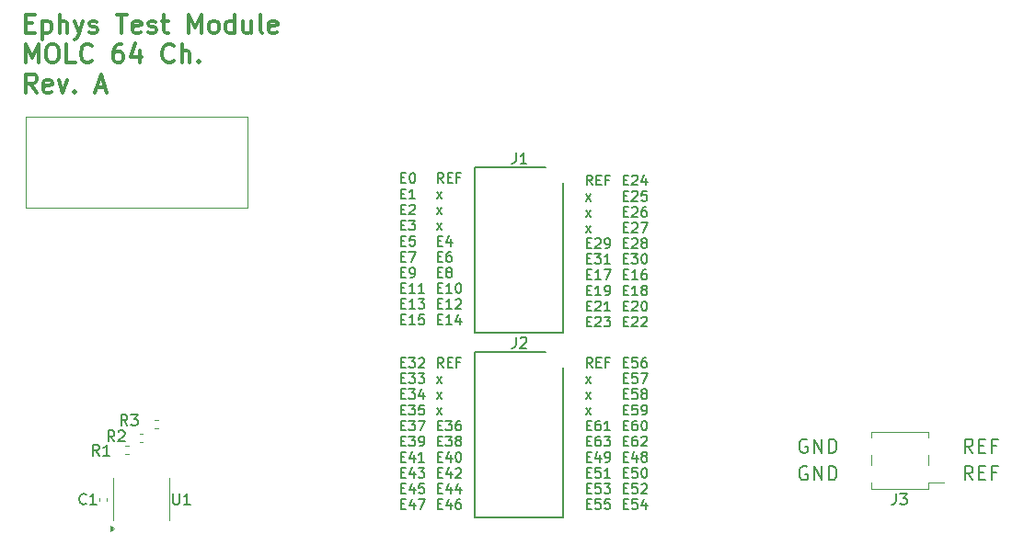
<source format=gbr>
%TF.GenerationSoftware,KiCad,Pcbnew,9.0.3*%
%TF.CreationDate,2025-10-01T18:20:22-04:00*%
%TF.ProjectId,ephys-test-module-molc-64-chan,65706879-732d-4746-9573-742d6d6f6475,A*%
%TF.SameCoordinates,Original*%
%TF.FileFunction,Legend,Top*%
%TF.FilePolarity,Positive*%
%FSLAX46Y46*%
G04 Gerber Fmt 4.6, Leading zero omitted, Abs format (unit mm)*
G04 Created by KiCad (PCBNEW 9.0.3) date 2025-10-01 18:20:22*
%MOMM*%
%LPD*%
G01*
G04 APERTURE LIST*
%ADD10C,0.200000*%
%ADD11C,0.150000*%
%ADD12C,0.300000*%
%ADD13C,0.120000*%
%ADD14C,0.100000*%
G04 APERTURE END LIST*
D10*
X184484524Y-120182909D02*
X184360714Y-120121004D01*
X184360714Y-120121004D02*
X184175000Y-120121004D01*
X184175000Y-120121004D02*
X183989286Y-120182909D01*
X183989286Y-120182909D02*
X183865476Y-120306719D01*
X183865476Y-120306719D02*
X183803571Y-120430528D01*
X183803571Y-120430528D02*
X183741667Y-120678147D01*
X183741667Y-120678147D02*
X183741667Y-120863861D01*
X183741667Y-120863861D02*
X183803571Y-121111480D01*
X183803571Y-121111480D02*
X183865476Y-121235290D01*
X183865476Y-121235290D02*
X183989286Y-121359100D01*
X183989286Y-121359100D02*
X184175000Y-121421004D01*
X184175000Y-121421004D02*
X184298809Y-121421004D01*
X184298809Y-121421004D02*
X184484524Y-121359100D01*
X184484524Y-121359100D02*
X184546428Y-121297195D01*
X184546428Y-121297195D02*
X184546428Y-120863861D01*
X184546428Y-120863861D02*
X184298809Y-120863861D01*
X185103571Y-121421004D02*
X185103571Y-120121004D01*
X185103571Y-120121004D02*
X185846428Y-121421004D01*
X185846428Y-121421004D02*
X185846428Y-120121004D01*
X186465476Y-121421004D02*
X186465476Y-120121004D01*
X186465476Y-120121004D02*
X186775000Y-120121004D01*
X186775000Y-120121004D02*
X186960714Y-120182909D01*
X186960714Y-120182909D02*
X187084524Y-120306719D01*
X187084524Y-120306719D02*
X187146429Y-120430528D01*
X187146429Y-120430528D02*
X187208333Y-120678147D01*
X187208333Y-120678147D02*
X187208333Y-120863861D01*
X187208333Y-120863861D02*
X187146429Y-121111480D01*
X187146429Y-121111480D02*
X187084524Y-121235290D01*
X187084524Y-121235290D02*
X186960714Y-121359100D01*
X186960714Y-121359100D02*
X186775000Y-121421004D01*
X186775000Y-121421004D02*
X186465476Y-121421004D01*
X199732142Y-121421004D02*
X199298809Y-120801957D01*
X198989285Y-121421004D02*
X198989285Y-120121004D01*
X198989285Y-120121004D02*
X199484523Y-120121004D01*
X199484523Y-120121004D02*
X199608333Y-120182909D01*
X199608333Y-120182909D02*
X199670238Y-120244814D01*
X199670238Y-120244814D02*
X199732142Y-120368623D01*
X199732142Y-120368623D02*
X199732142Y-120554338D01*
X199732142Y-120554338D02*
X199670238Y-120678147D01*
X199670238Y-120678147D02*
X199608333Y-120740052D01*
X199608333Y-120740052D02*
X199484523Y-120801957D01*
X199484523Y-120801957D02*
X198989285Y-120801957D01*
X200289285Y-120740052D02*
X200722619Y-120740052D01*
X200908333Y-121421004D02*
X200289285Y-121421004D01*
X200289285Y-121421004D02*
X200289285Y-120121004D01*
X200289285Y-120121004D02*
X200908333Y-120121004D01*
X201898809Y-120740052D02*
X201465475Y-120740052D01*
X201465475Y-121421004D02*
X201465475Y-120121004D01*
X201465475Y-120121004D02*
X202084523Y-120121004D01*
D11*
X147112969Y-96070078D02*
X147412969Y-96070078D01*
X147541541Y-96541507D02*
X147112969Y-96541507D01*
X147112969Y-96541507D02*
X147112969Y-95641507D01*
X147112969Y-95641507D02*
X147541541Y-95641507D01*
X148098684Y-95641507D02*
X148184398Y-95641507D01*
X148184398Y-95641507D02*
X148270112Y-95684364D01*
X148270112Y-95684364D02*
X148312970Y-95727221D01*
X148312970Y-95727221D02*
X148355827Y-95812935D01*
X148355827Y-95812935D02*
X148398684Y-95984364D01*
X148398684Y-95984364D02*
X148398684Y-96198650D01*
X148398684Y-96198650D02*
X148355827Y-96370078D01*
X148355827Y-96370078D02*
X148312970Y-96455792D01*
X148312970Y-96455792D02*
X148270112Y-96498650D01*
X148270112Y-96498650D02*
X148184398Y-96541507D01*
X148184398Y-96541507D02*
X148098684Y-96541507D01*
X148098684Y-96541507D02*
X148012970Y-96498650D01*
X148012970Y-96498650D02*
X147970112Y-96455792D01*
X147970112Y-96455792D02*
X147927255Y-96370078D01*
X147927255Y-96370078D02*
X147884398Y-96198650D01*
X147884398Y-96198650D02*
X147884398Y-95984364D01*
X147884398Y-95984364D02*
X147927255Y-95812935D01*
X147927255Y-95812935D02*
X147970112Y-95727221D01*
X147970112Y-95727221D02*
X148012970Y-95684364D01*
X148012970Y-95684364D02*
X148098684Y-95641507D01*
X151012969Y-96541507D02*
X150712969Y-96112935D01*
X150498683Y-96541507D02*
X150498683Y-95641507D01*
X150498683Y-95641507D02*
X150841540Y-95641507D01*
X150841540Y-95641507D02*
X150927255Y-95684364D01*
X150927255Y-95684364D02*
X150970112Y-95727221D01*
X150970112Y-95727221D02*
X151012969Y-95812935D01*
X151012969Y-95812935D02*
X151012969Y-95941507D01*
X151012969Y-95941507D02*
X150970112Y-96027221D01*
X150970112Y-96027221D02*
X150927255Y-96070078D01*
X150927255Y-96070078D02*
X150841540Y-96112935D01*
X150841540Y-96112935D02*
X150498683Y-96112935D01*
X151398683Y-96070078D02*
X151698683Y-96070078D01*
X151827255Y-96541507D02*
X151398683Y-96541507D01*
X151398683Y-96541507D02*
X151398683Y-95641507D01*
X151398683Y-95641507D02*
X151827255Y-95641507D01*
X152512969Y-96070078D02*
X152212969Y-96070078D01*
X152212969Y-96541507D02*
X152212969Y-95641507D01*
X152212969Y-95641507D02*
X152641541Y-95641507D01*
X147112969Y-97519028D02*
X147412969Y-97519028D01*
X147541541Y-97990457D02*
X147112969Y-97990457D01*
X147112969Y-97990457D02*
X147112969Y-97090457D01*
X147112969Y-97090457D02*
X147541541Y-97090457D01*
X148398684Y-97990457D02*
X147884398Y-97990457D01*
X148141541Y-97990457D02*
X148141541Y-97090457D01*
X148141541Y-97090457D02*
X148055827Y-97219028D01*
X148055827Y-97219028D02*
X147970112Y-97304742D01*
X147970112Y-97304742D02*
X147884398Y-97347600D01*
X150412969Y-97990457D02*
X150884398Y-97390457D01*
X150412969Y-97390457D02*
X150884398Y-97990457D01*
X147112969Y-98967978D02*
X147412969Y-98967978D01*
X147541541Y-99439407D02*
X147112969Y-99439407D01*
X147112969Y-99439407D02*
X147112969Y-98539407D01*
X147112969Y-98539407D02*
X147541541Y-98539407D01*
X147884398Y-98625121D02*
X147927255Y-98582264D01*
X147927255Y-98582264D02*
X148012970Y-98539407D01*
X148012970Y-98539407D02*
X148227255Y-98539407D01*
X148227255Y-98539407D02*
X148312970Y-98582264D01*
X148312970Y-98582264D02*
X148355827Y-98625121D01*
X148355827Y-98625121D02*
X148398684Y-98710835D01*
X148398684Y-98710835D02*
X148398684Y-98796550D01*
X148398684Y-98796550D02*
X148355827Y-98925121D01*
X148355827Y-98925121D02*
X147841541Y-99439407D01*
X147841541Y-99439407D02*
X148398684Y-99439407D01*
X150412969Y-99439407D02*
X150884398Y-98839407D01*
X150412969Y-98839407D02*
X150884398Y-99439407D01*
X147112969Y-100416928D02*
X147412969Y-100416928D01*
X147541541Y-100888357D02*
X147112969Y-100888357D01*
X147112969Y-100888357D02*
X147112969Y-99988357D01*
X147112969Y-99988357D02*
X147541541Y-99988357D01*
X147841541Y-99988357D02*
X148398684Y-99988357D01*
X148398684Y-99988357D02*
X148098684Y-100331214D01*
X148098684Y-100331214D02*
X148227255Y-100331214D01*
X148227255Y-100331214D02*
X148312970Y-100374071D01*
X148312970Y-100374071D02*
X148355827Y-100416928D01*
X148355827Y-100416928D02*
X148398684Y-100502642D01*
X148398684Y-100502642D02*
X148398684Y-100716928D01*
X148398684Y-100716928D02*
X148355827Y-100802642D01*
X148355827Y-100802642D02*
X148312970Y-100845500D01*
X148312970Y-100845500D02*
X148227255Y-100888357D01*
X148227255Y-100888357D02*
X147970112Y-100888357D01*
X147970112Y-100888357D02*
X147884398Y-100845500D01*
X147884398Y-100845500D02*
X147841541Y-100802642D01*
X150412969Y-100888357D02*
X150884398Y-100288357D01*
X150412969Y-100288357D02*
X150884398Y-100888357D01*
X147112969Y-101865878D02*
X147412969Y-101865878D01*
X147541541Y-102337307D02*
X147112969Y-102337307D01*
X147112969Y-102337307D02*
X147112969Y-101437307D01*
X147112969Y-101437307D02*
X147541541Y-101437307D01*
X148355827Y-101437307D02*
X147927255Y-101437307D01*
X147927255Y-101437307D02*
X147884398Y-101865878D01*
X147884398Y-101865878D02*
X147927255Y-101823021D01*
X147927255Y-101823021D02*
X148012970Y-101780164D01*
X148012970Y-101780164D02*
X148227255Y-101780164D01*
X148227255Y-101780164D02*
X148312970Y-101823021D01*
X148312970Y-101823021D02*
X148355827Y-101865878D01*
X148355827Y-101865878D02*
X148398684Y-101951592D01*
X148398684Y-101951592D02*
X148398684Y-102165878D01*
X148398684Y-102165878D02*
X148355827Y-102251592D01*
X148355827Y-102251592D02*
X148312970Y-102294450D01*
X148312970Y-102294450D02*
X148227255Y-102337307D01*
X148227255Y-102337307D02*
X148012970Y-102337307D01*
X148012970Y-102337307D02*
X147927255Y-102294450D01*
X147927255Y-102294450D02*
X147884398Y-102251592D01*
X150498683Y-101865878D02*
X150798683Y-101865878D01*
X150927255Y-102337307D02*
X150498683Y-102337307D01*
X150498683Y-102337307D02*
X150498683Y-101437307D01*
X150498683Y-101437307D02*
X150927255Y-101437307D01*
X151698684Y-101737307D02*
X151698684Y-102337307D01*
X151484398Y-101394450D02*
X151270112Y-102037307D01*
X151270112Y-102037307D02*
X151827255Y-102037307D01*
X147112969Y-103314828D02*
X147412969Y-103314828D01*
X147541541Y-103786257D02*
X147112969Y-103786257D01*
X147112969Y-103786257D02*
X147112969Y-102886257D01*
X147112969Y-102886257D02*
X147541541Y-102886257D01*
X147841541Y-102886257D02*
X148441541Y-102886257D01*
X148441541Y-102886257D02*
X148055827Y-103786257D01*
X150498683Y-103314828D02*
X150798683Y-103314828D01*
X150927255Y-103786257D02*
X150498683Y-103786257D01*
X150498683Y-103786257D02*
X150498683Y-102886257D01*
X150498683Y-102886257D02*
X150927255Y-102886257D01*
X151698684Y-102886257D02*
X151527255Y-102886257D01*
X151527255Y-102886257D02*
X151441541Y-102929114D01*
X151441541Y-102929114D02*
X151398684Y-102971971D01*
X151398684Y-102971971D02*
X151312969Y-103100542D01*
X151312969Y-103100542D02*
X151270112Y-103271971D01*
X151270112Y-103271971D02*
X151270112Y-103614828D01*
X151270112Y-103614828D02*
X151312969Y-103700542D01*
X151312969Y-103700542D02*
X151355826Y-103743400D01*
X151355826Y-103743400D02*
X151441541Y-103786257D01*
X151441541Y-103786257D02*
X151612969Y-103786257D01*
X151612969Y-103786257D02*
X151698684Y-103743400D01*
X151698684Y-103743400D02*
X151741541Y-103700542D01*
X151741541Y-103700542D02*
X151784398Y-103614828D01*
X151784398Y-103614828D02*
X151784398Y-103400542D01*
X151784398Y-103400542D02*
X151741541Y-103314828D01*
X151741541Y-103314828D02*
X151698684Y-103271971D01*
X151698684Y-103271971D02*
X151612969Y-103229114D01*
X151612969Y-103229114D02*
X151441541Y-103229114D01*
X151441541Y-103229114D02*
X151355826Y-103271971D01*
X151355826Y-103271971D02*
X151312969Y-103314828D01*
X151312969Y-103314828D02*
X151270112Y-103400542D01*
X147112969Y-104763778D02*
X147412969Y-104763778D01*
X147541541Y-105235207D02*
X147112969Y-105235207D01*
X147112969Y-105235207D02*
X147112969Y-104335207D01*
X147112969Y-104335207D02*
X147541541Y-104335207D01*
X147970112Y-105235207D02*
X148141541Y-105235207D01*
X148141541Y-105235207D02*
X148227255Y-105192350D01*
X148227255Y-105192350D02*
X148270112Y-105149492D01*
X148270112Y-105149492D02*
X148355827Y-105020921D01*
X148355827Y-105020921D02*
X148398684Y-104849492D01*
X148398684Y-104849492D02*
X148398684Y-104506635D01*
X148398684Y-104506635D02*
X148355827Y-104420921D01*
X148355827Y-104420921D02*
X148312970Y-104378064D01*
X148312970Y-104378064D02*
X148227255Y-104335207D01*
X148227255Y-104335207D02*
X148055827Y-104335207D01*
X148055827Y-104335207D02*
X147970112Y-104378064D01*
X147970112Y-104378064D02*
X147927255Y-104420921D01*
X147927255Y-104420921D02*
X147884398Y-104506635D01*
X147884398Y-104506635D02*
X147884398Y-104720921D01*
X147884398Y-104720921D02*
X147927255Y-104806635D01*
X147927255Y-104806635D02*
X147970112Y-104849492D01*
X147970112Y-104849492D02*
X148055827Y-104892350D01*
X148055827Y-104892350D02*
X148227255Y-104892350D01*
X148227255Y-104892350D02*
X148312970Y-104849492D01*
X148312970Y-104849492D02*
X148355827Y-104806635D01*
X148355827Y-104806635D02*
X148398684Y-104720921D01*
X150498683Y-104763778D02*
X150798683Y-104763778D01*
X150927255Y-105235207D02*
X150498683Y-105235207D01*
X150498683Y-105235207D02*
X150498683Y-104335207D01*
X150498683Y-104335207D02*
X150927255Y-104335207D01*
X151441541Y-104720921D02*
X151355826Y-104678064D01*
X151355826Y-104678064D02*
X151312969Y-104635207D01*
X151312969Y-104635207D02*
X151270112Y-104549492D01*
X151270112Y-104549492D02*
X151270112Y-104506635D01*
X151270112Y-104506635D02*
X151312969Y-104420921D01*
X151312969Y-104420921D02*
X151355826Y-104378064D01*
X151355826Y-104378064D02*
X151441541Y-104335207D01*
X151441541Y-104335207D02*
X151612969Y-104335207D01*
X151612969Y-104335207D02*
X151698684Y-104378064D01*
X151698684Y-104378064D02*
X151741541Y-104420921D01*
X151741541Y-104420921D02*
X151784398Y-104506635D01*
X151784398Y-104506635D02*
X151784398Y-104549492D01*
X151784398Y-104549492D02*
X151741541Y-104635207D01*
X151741541Y-104635207D02*
X151698684Y-104678064D01*
X151698684Y-104678064D02*
X151612969Y-104720921D01*
X151612969Y-104720921D02*
X151441541Y-104720921D01*
X151441541Y-104720921D02*
X151355826Y-104763778D01*
X151355826Y-104763778D02*
X151312969Y-104806635D01*
X151312969Y-104806635D02*
X151270112Y-104892350D01*
X151270112Y-104892350D02*
X151270112Y-105063778D01*
X151270112Y-105063778D02*
X151312969Y-105149492D01*
X151312969Y-105149492D02*
X151355826Y-105192350D01*
X151355826Y-105192350D02*
X151441541Y-105235207D01*
X151441541Y-105235207D02*
X151612969Y-105235207D01*
X151612969Y-105235207D02*
X151698684Y-105192350D01*
X151698684Y-105192350D02*
X151741541Y-105149492D01*
X151741541Y-105149492D02*
X151784398Y-105063778D01*
X151784398Y-105063778D02*
X151784398Y-104892350D01*
X151784398Y-104892350D02*
X151741541Y-104806635D01*
X151741541Y-104806635D02*
X151698684Y-104763778D01*
X151698684Y-104763778D02*
X151612969Y-104720921D01*
X147112969Y-106212728D02*
X147412969Y-106212728D01*
X147541541Y-106684157D02*
X147112969Y-106684157D01*
X147112969Y-106684157D02*
X147112969Y-105784157D01*
X147112969Y-105784157D02*
X147541541Y-105784157D01*
X148398684Y-106684157D02*
X147884398Y-106684157D01*
X148141541Y-106684157D02*
X148141541Y-105784157D01*
X148141541Y-105784157D02*
X148055827Y-105912728D01*
X148055827Y-105912728D02*
X147970112Y-105998442D01*
X147970112Y-105998442D02*
X147884398Y-106041300D01*
X149255827Y-106684157D02*
X148741541Y-106684157D01*
X148998684Y-106684157D02*
X148998684Y-105784157D01*
X148998684Y-105784157D02*
X148912970Y-105912728D01*
X148912970Y-105912728D02*
X148827255Y-105998442D01*
X148827255Y-105998442D02*
X148741541Y-106041300D01*
X150498683Y-106212728D02*
X150798683Y-106212728D01*
X150927255Y-106684157D02*
X150498683Y-106684157D01*
X150498683Y-106684157D02*
X150498683Y-105784157D01*
X150498683Y-105784157D02*
X150927255Y-105784157D01*
X151784398Y-106684157D02*
X151270112Y-106684157D01*
X151527255Y-106684157D02*
X151527255Y-105784157D01*
X151527255Y-105784157D02*
X151441541Y-105912728D01*
X151441541Y-105912728D02*
X151355826Y-105998442D01*
X151355826Y-105998442D02*
X151270112Y-106041300D01*
X152341541Y-105784157D02*
X152427255Y-105784157D01*
X152427255Y-105784157D02*
X152512969Y-105827014D01*
X152512969Y-105827014D02*
X152555827Y-105869871D01*
X152555827Y-105869871D02*
X152598684Y-105955585D01*
X152598684Y-105955585D02*
X152641541Y-106127014D01*
X152641541Y-106127014D02*
X152641541Y-106341300D01*
X152641541Y-106341300D02*
X152598684Y-106512728D01*
X152598684Y-106512728D02*
X152555827Y-106598442D01*
X152555827Y-106598442D02*
X152512969Y-106641300D01*
X152512969Y-106641300D02*
X152427255Y-106684157D01*
X152427255Y-106684157D02*
X152341541Y-106684157D01*
X152341541Y-106684157D02*
X152255827Y-106641300D01*
X152255827Y-106641300D02*
X152212969Y-106598442D01*
X152212969Y-106598442D02*
X152170112Y-106512728D01*
X152170112Y-106512728D02*
X152127255Y-106341300D01*
X152127255Y-106341300D02*
X152127255Y-106127014D01*
X152127255Y-106127014D02*
X152170112Y-105955585D01*
X152170112Y-105955585D02*
X152212969Y-105869871D01*
X152212969Y-105869871D02*
X152255827Y-105827014D01*
X152255827Y-105827014D02*
X152341541Y-105784157D01*
X147112969Y-107661678D02*
X147412969Y-107661678D01*
X147541541Y-108133107D02*
X147112969Y-108133107D01*
X147112969Y-108133107D02*
X147112969Y-107233107D01*
X147112969Y-107233107D02*
X147541541Y-107233107D01*
X148398684Y-108133107D02*
X147884398Y-108133107D01*
X148141541Y-108133107D02*
X148141541Y-107233107D01*
X148141541Y-107233107D02*
X148055827Y-107361678D01*
X148055827Y-107361678D02*
X147970112Y-107447392D01*
X147970112Y-107447392D02*
X147884398Y-107490250D01*
X148698684Y-107233107D02*
X149255827Y-107233107D01*
X149255827Y-107233107D02*
X148955827Y-107575964D01*
X148955827Y-107575964D02*
X149084398Y-107575964D01*
X149084398Y-107575964D02*
X149170113Y-107618821D01*
X149170113Y-107618821D02*
X149212970Y-107661678D01*
X149212970Y-107661678D02*
X149255827Y-107747392D01*
X149255827Y-107747392D02*
X149255827Y-107961678D01*
X149255827Y-107961678D02*
X149212970Y-108047392D01*
X149212970Y-108047392D02*
X149170113Y-108090250D01*
X149170113Y-108090250D02*
X149084398Y-108133107D01*
X149084398Y-108133107D02*
X148827255Y-108133107D01*
X148827255Y-108133107D02*
X148741541Y-108090250D01*
X148741541Y-108090250D02*
X148698684Y-108047392D01*
X150498683Y-107661678D02*
X150798683Y-107661678D01*
X150927255Y-108133107D02*
X150498683Y-108133107D01*
X150498683Y-108133107D02*
X150498683Y-107233107D01*
X150498683Y-107233107D02*
X150927255Y-107233107D01*
X151784398Y-108133107D02*
X151270112Y-108133107D01*
X151527255Y-108133107D02*
X151527255Y-107233107D01*
X151527255Y-107233107D02*
X151441541Y-107361678D01*
X151441541Y-107361678D02*
X151355826Y-107447392D01*
X151355826Y-107447392D02*
X151270112Y-107490250D01*
X152127255Y-107318821D02*
X152170112Y-107275964D01*
X152170112Y-107275964D02*
X152255827Y-107233107D01*
X152255827Y-107233107D02*
X152470112Y-107233107D01*
X152470112Y-107233107D02*
X152555827Y-107275964D01*
X152555827Y-107275964D02*
X152598684Y-107318821D01*
X152598684Y-107318821D02*
X152641541Y-107404535D01*
X152641541Y-107404535D02*
X152641541Y-107490250D01*
X152641541Y-107490250D02*
X152598684Y-107618821D01*
X152598684Y-107618821D02*
X152084398Y-108133107D01*
X152084398Y-108133107D02*
X152641541Y-108133107D01*
X147112969Y-109110628D02*
X147412969Y-109110628D01*
X147541541Y-109582057D02*
X147112969Y-109582057D01*
X147112969Y-109582057D02*
X147112969Y-108682057D01*
X147112969Y-108682057D02*
X147541541Y-108682057D01*
X148398684Y-109582057D02*
X147884398Y-109582057D01*
X148141541Y-109582057D02*
X148141541Y-108682057D01*
X148141541Y-108682057D02*
X148055827Y-108810628D01*
X148055827Y-108810628D02*
X147970112Y-108896342D01*
X147970112Y-108896342D02*
X147884398Y-108939200D01*
X149212970Y-108682057D02*
X148784398Y-108682057D01*
X148784398Y-108682057D02*
X148741541Y-109110628D01*
X148741541Y-109110628D02*
X148784398Y-109067771D01*
X148784398Y-109067771D02*
X148870113Y-109024914D01*
X148870113Y-109024914D02*
X149084398Y-109024914D01*
X149084398Y-109024914D02*
X149170113Y-109067771D01*
X149170113Y-109067771D02*
X149212970Y-109110628D01*
X149212970Y-109110628D02*
X149255827Y-109196342D01*
X149255827Y-109196342D02*
X149255827Y-109410628D01*
X149255827Y-109410628D02*
X149212970Y-109496342D01*
X149212970Y-109496342D02*
X149170113Y-109539200D01*
X149170113Y-109539200D02*
X149084398Y-109582057D01*
X149084398Y-109582057D02*
X148870113Y-109582057D01*
X148870113Y-109582057D02*
X148784398Y-109539200D01*
X148784398Y-109539200D02*
X148741541Y-109496342D01*
X150498683Y-109110628D02*
X150798683Y-109110628D01*
X150927255Y-109582057D02*
X150498683Y-109582057D01*
X150498683Y-109582057D02*
X150498683Y-108682057D01*
X150498683Y-108682057D02*
X150927255Y-108682057D01*
X151784398Y-109582057D02*
X151270112Y-109582057D01*
X151527255Y-109582057D02*
X151527255Y-108682057D01*
X151527255Y-108682057D02*
X151441541Y-108810628D01*
X151441541Y-108810628D02*
X151355826Y-108896342D01*
X151355826Y-108896342D02*
X151270112Y-108939200D01*
X152555827Y-108982057D02*
X152555827Y-109582057D01*
X152341541Y-108639200D02*
X152127255Y-109282057D01*
X152127255Y-109282057D02*
X152684398Y-109282057D01*
D10*
X199732142Y-123921004D02*
X199298809Y-123301957D01*
X198989285Y-123921004D02*
X198989285Y-122621004D01*
X198989285Y-122621004D02*
X199484523Y-122621004D01*
X199484523Y-122621004D02*
X199608333Y-122682909D01*
X199608333Y-122682909D02*
X199670238Y-122744814D01*
X199670238Y-122744814D02*
X199732142Y-122868623D01*
X199732142Y-122868623D02*
X199732142Y-123054338D01*
X199732142Y-123054338D02*
X199670238Y-123178147D01*
X199670238Y-123178147D02*
X199608333Y-123240052D01*
X199608333Y-123240052D02*
X199484523Y-123301957D01*
X199484523Y-123301957D02*
X198989285Y-123301957D01*
X200289285Y-123240052D02*
X200722619Y-123240052D01*
X200908333Y-123921004D02*
X200289285Y-123921004D01*
X200289285Y-123921004D02*
X200289285Y-122621004D01*
X200289285Y-122621004D02*
X200908333Y-122621004D01*
X201898809Y-123240052D02*
X201465475Y-123240052D01*
X201465475Y-123921004D02*
X201465475Y-122621004D01*
X201465475Y-122621004D02*
X202084523Y-122621004D01*
D11*
X164727255Y-96741507D02*
X164427255Y-96312935D01*
X164212969Y-96741507D02*
X164212969Y-95841507D01*
X164212969Y-95841507D02*
X164555826Y-95841507D01*
X164555826Y-95841507D02*
X164641541Y-95884364D01*
X164641541Y-95884364D02*
X164684398Y-95927221D01*
X164684398Y-95927221D02*
X164727255Y-96012935D01*
X164727255Y-96012935D02*
X164727255Y-96141507D01*
X164727255Y-96141507D02*
X164684398Y-96227221D01*
X164684398Y-96227221D02*
X164641541Y-96270078D01*
X164641541Y-96270078D02*
X164555826Y-96312935D01*
X164555826Y-96312935D02*
X164212969Y-96312935D01*
X165112969Y-96270078D02*
X165412969Y-96270078D01*
X165541541Y-96741507D02*
X165112969Y-96741507D01*
X165112969Y-96741507D02*
X165112969Y-95841507D01*
X165112969Y-95841507D02*
X165541541Y-95841507D01*
X166227255Y-96270078D02*
X165927255Y-96270078D01*
X165927255Y-96741507D02*
X165927255Y-95841507D01*
X165927255Y-95841507D02*
X166355827Y-95841507D01*
X167598683Y-96270078D02*
X167898683Y-96270078D01*
X168027255Y-96741507D02*
X167598683Y-96741507D01*
X167598683Y-96741507D02*
X167598683Y-95841507D01*
X167598683Y-95841507D02*
X168027255Y-95841507D01*
X168370112Y-95927221D02*
X168412969Y-95884364D01*
X168412969Y-95884364D02*
X168498684Y-95841507D01*
X168498684Y-95841507D02*
X168712969Y-95841507D01*
X168712969Y-95841507D02*
X168798684Y-95884364D01*
X168798684Y-95884364D02*
X168841541Y-95927221D01*
X168841541Y-95927221D02*
X168884398Y-96012935D01*
X168884398Y-96012935D02*
X168884398Y-96098650D01*
X168884398Y-96098650D02*
X168841541Y-96227221D01*
X168841541Y-96227221D02*
X168327255Y-96741507D01*
X168327255Y-96741507D02*
X168884398Y-96741507D01*
X169655827Y-96141507D02*
X169655827Y-96741507D01*
X169441541Y-95798650D02*
X169227255Y-96441507D01*
X169227255Y-96441507D02*
X169784398Y-96441507D01*
X164127255Y-98190457D02*
X164598684Y-97590457D01*
X164127255Y-97590457D02*
X164598684Y-98190457D01*
X167598683Y-97719028D02*
X167898683Y-97719028D01*
X168027255Y-98190457D02*
X167598683Y-98190457D01*
X167598683Y-98190457D02*
X167598683Y-97290457D01*
X167598683Y-97290457D02*
X168027255Y-97290457D01*
X168370112Y-97376171D02*
X168412969Y-97333314D01*
X168412969Y-97333314D02*
X168498684Y-97290457D01*
X168498684Y-97290457D02*
X168712969Y-97290457D01*
X168712969Y-97290457D02*
X168798684Y-97333314D01*
X168798684Y-97333314D02*
X168841541Y-97376171D01*
X168841541Y-97376171D02*
X168884398Y-97461885D01*
X168884398Y-97461885D02*
X168884398Y-97547600D01*
X168884398Y-97547600D02*
X168841541Y-97676171D01*
X168841541Y-97676171D02*
X168327255Y-98190457D01*
X168327255Y-98190457D02*
X168884398Y-98190457D01*
X169698684Y-97290457D02*
X169270112Y-97290457D01*
X169270112Y-97290457D02*
X169227255Y-97719028D01*
X169227255Y-97719028D02*
X169270112Y-97676171D01*
X169270112Y-97676171D02*
X169355827Y-97633314D01*
X169355827Y-97633314D02*
X169570112Y-97633314D01*
X169570112Y-97633314D02*
X169655827Y-97676171D01*
X169655827Y-97676171D02*
X169698684Y-97719028D01*
X169698684Y-97719028D02*
X169741541Y-97804742D01*
X169741541Y-97804742D02*
X169741541Y-98019028D01*
X169741541Y-98019028D02*
X169698684Y-98104742D01*
X169698684Y-98104742D02*
X169655827Y-98147600D01*
X169655827Y-98147600D02*
X169570112Y-98190457D01*
X169570112Y-98190457D02*
X169355827Y-98190457D01*
X169355827Y-98190457D02*
X169270112Y-98147600D01*
X169270112Y-98147600D02*
X169227255Y-98104742D01*
X164127255Y-99639407D02*
X164598684Y-99039407D01*
X164127255Y-99039407D02*
X164598684Y-99639407D01*
X167598683Y-99167978D02*
X167898683Y-99167978D01*
X168027255Y-99639407D02*
X167598683Y-99639407D01*
X167598683Y-99639407D02*
X167598683Y-98739407D01*
X167598683Y-98739407D02*
X168027255Y-98739407D01*
X168370112Y-98825121D02*
X168412969Y-98782264D01*
X168412969Y-98782264D02*
X168498684Y-98739407D01*
X168498684Y-98739407D02*
X168712969Y-98739407D01*
X168712969Y-98739407D02*
X168798684Y-98782264D01*
X168798684Y-98782264D02*
X168841541Y-98825121D01*
X168841541Y-98825121D02*
X168884398Y-98910835D01*
X168884398Y-98910835D02*
X168884398Y-98996550D01*
X168884398Y-98996550D02*
X168841541Y-99125121D01*
X168841541Y-99125121D02*
X168327255Y-99639407D01*
X168327255Y-99639407D02*
X168884398Y-99639407D01*
X169655827Y-98739407D02*
X169484398Y-98739407D01*
X169484398Y-98739407D02*
X169398684Y-98782264D01*
X169398684Y-98782264D02*
X169355827Y-98825121D01*
X169355827Y-98825121D02*
X169270112Y-98953692D01*
X169270112Y-98953692D02*
X169227255Y-99125121D01*
X169227255Y-99125121D02*
X169227255Y-99467978D01*
X169227255Y-99467978D02*
X169270112Y-99553692D01*
X169270112Y-99553692D02*
X169312969Y-99596550D01*
X169312969Y-99596550D02*
X169398684Y-99639407D01*
X169398684Y-99639407D02*
X169570112Y-99639407D01*
X169570112Y-99639407D02*
X169655827Y-99596550D01*
X169655827Y-99596550D02*
X169698684Y-99553692D01*
X169698684Y-99553692D02*
X169741541Y-99467978D01*
X169741541Y-99467978D02*
X169741541Y-99253692D01*
X169741541Y-99253692D02*
X169698684Y-99167978D01*
X169698684Y-99167978D02*
X169655827Y-99125121D01*
X169655827Y-99125121D02*
X169570112Y-99082264D01*
X169570112Y-99082264D02*
X169398684Y-99082264D01*
X169398684Y-99082264D02*
X169312969Y-99125121D01*
X169312969Y-99125121D02*
X169270112Y-99167978D01*
X169270112Y-99167978D02*
X169227255Y-99253692D01*
X164127255Y-101088357D02*
X164598684Y-100488357D01*
X164127255Y-100488357D02*
X164598684Y-101088357D01*
X167598683Y-100616928D02*
X167898683Y-100616928D01*
X168027255Y-101088357D02*
X167598683Y-101088357D01*
X167598683Y-101088357D02*
X167598683Y-100188357D01*
X167598683Y-100188357D02*
X168027255Y-100188357D01*
X168370112Y-100274071D02*
X168412969Y-100231214D01*
X168412969Y-100231214D02*
X168498684Y-100188357D01*
X168498684Y-100188357D02*
X168712969Y-100188357D01*
X168712969Y-100188357D02*
X168798684Y-100231214D01*
X168798684Y-100231214D02*
X168841541Y-100274071D01*
X168841541Y-100274071D02*
X168884398Y-100359785D01*
X168884398Y-100359785D02*
X168884398Y-100445500D01*
X168884398Y-100445500D02*
X168841541Y-100574071D01*
X168841541Y-100574071D02*
X168327255Y-101088357D01*
X168327255Y-101088357D02*
X168884398Y-101088357D01*
X169184398Y-100188357D02*
X169784398Y-100188357D01*
X169784398Y-100188357D02*
X169398684Y-101088357D01*
X164212969Y-102065878D02*
X164512969Y-102065878D01*
X164641541Y-102537307D02*
X164212969Y-102537307D01*
X164212969Y-102537307D02*
X164212969Y-101637307D01*
X164212969Y-101637307D02*
X164641541Y-101637307D01*
X164984398Y-101723021D02*
X165027255Y-101680164D01*
X165027255Y-101680164D02*
X165112970Y-101637307D01*
X165112970Y-101637307D02*
X165327255Y-101637307D01*
X165327255Y-101637307D02*
X165412970Y-101680164D01*
X165412970Y-101680164D02*
X165455827Y-101723021D01*
X165455827Y-101723021D02*
X165498684Y-101808735D01*
X165498684Y-101808735D02*
X165498684Y-101894450D01*
X165498684Y-101894450D02*
X165455827Y-102023021D01*
X165455827Y-102023021D02*
X164941541Y-102537307D01*
X164941541Y-102537307D02*
X165498684Y-102537307D01*
X165927255Y-102537307D02*
X166098684Y-102537307D01*
X166098684Y-102537307D02*
X166184398Y-102494450D01*
X166184398Y-102494450D02*
X166227255Y-102451592D01*
X166227255Y-102451592D02*
X166312970Y-102323021D01*
X166312970Y-102323021D02*
X166355827Y-102151592D01*
X166355827Y-102151592D02*
X166355827Y-101808735D01*
X166355827Y-101808735D02*
X166312970Y-101723021D01*
X166312970Y-101723021D02*
X166270113Y-101680164D01*
X166270113Y-101680164D02*
X166184398Y-101637307D01*
X166184398Y-101637307D02*
X166012970Y-101637307D01*
X166012970Y-101637307D02*
X165927255Y-101680164D01*
X165927255Y-101680164D02*
X165884398Y-101723021D01*
X165884398Y-101723021D02*
X165841541Y-101808735D01*
X165841541Y-101808735D02*
X165841541Y-102023021D01*
X165841541Y-102023021D02*
X165884398Y-102108735D01*
X165884398Y-102108735D02*
X165927255Y-102151592D01*
X165927255Y-102151592D02*
X166012970Y-102194450D01*
X166012970Y-102194450D02*
X166184398Y-102194450D01*
X166184398Y-102194450D02*
X166270113Y-102151592D01*
X166270113Y-102151592D02*
X166312970Y-102108735D01*
X166312970Y-102108735D02*
X166355827Y-102023021D01*
X167598683Y-102065878D02*
X167898683Y-102065878D01*
X168027255Y-102537307D02*
X167598683Y-102537307D01*
X167598683Y-102537307D02*
X167598683Y-101637307D01*
X167598683Y-101637307D02*
X168027255Y-101637307D01*
X168370112Y-101723021D02*
X168412969Y-101680164D01*
X168412969Y-101680164D02*
X168498684Y-101637307D01*
X168498684Y-101637307D02*
X168712969Y-101637307D01*
X168712969Y-101637307D02*
X168798684Y-101680164D01*
X168798684Y-101680164D02*
X168841541Y-101723021D01*
X168841541Y-101723021D02*
X168884398Y-101808735D01*
X168884398Y-101808735D02*
X168884398Y-101894450D01*
X168884398Y-101894450D02*
X168841541Y-102023021D01*
X168841541Y-102023021D02*
X168327255Y-102537307D01*
X168327255Y-102537307D02*
X168884398Y-102537307D01*
X169398684Y-102023021D02*
X169312969Y-101980164D01*
X169312969Y-101980164D02*
X169270112Y-101937307D01*
X169270112Y-101937307D02*
X169227255Y-101851592D01*
X169227255Y-101851592D02*
X169227255Y-101808735D01*
X169227255Y-101808735D02*
X169270112Y-101723021D01*
X169270112Y-101723021D02*
X169312969Y-101680164D01*
X169312969Y-101680164D02*
X169398684Y-101637307D01*
X169398684Y-101637307D02*
X169570112Y-101637307D01*
X169570112Y-101637307D02*
X169655827Y-101680164D01*
X169655827Y-101680164D02*
X169698684Y-101723021D01*
X169698684Y-101723021D02*
X169741541Y-101808735D01*
X169741541Y-101808735D02*
X169741541Y-101851592D01*
X169741541Y-101851592D02*
X169698684Y-101937307D01*
X169698684Y-101937307D02*
X169655827Y-101980164D01*
X169655827Y-101980164D02*
X169570112Y-102023021D01*
X169570112Y-102023021D02*
X169398684Y-102023021D01*
X169398684Y-102023021D02*
X169312969Y-102065878D01*
X169312969Y-102065878D02*
X169270112Y-102108735D01*
X169270112Y-102108735D02*
X169227255Y-102194450D01*
X169227255Y-102194450D02*
X169227255Y-102365878D01*
X169227255Y-102365878D02*
X169270112Y-102451592D01*
X169270112Y-102451592D02*
X169312969Y-102494450D01*
X169312969Y-102494450D02*
X169398684Y-102537307D01*
X169398684Y-102537307D02*
X169570112Y-102537307D01*
X169570112Y-102537307D02*
X169655827Y-102494450D01*
X169655827Y-102494450D02*
X169698684Y-102451592D01*
X169698684Y-102451592D02*
X169741541Y-102365878D01*
X169741541Y-102365878D02*
X169741541Y-102194450D01*
X169741541Y-102194450D02*
X169698684Y-102108735D01*
X169698684Y-102108735D02*
X169655827Y-102065878D01*
X169655827Y-102065878D02*
X169570112Y-102023021D01*
X164212969Y-103514828D02*
X164512969Y-103514828D01*
X164641541Y-103986257D02*
X164212969Y-103986257D01*
X164212969Y-103986257D02*
X164212969Y-103086257D01*
X164212969Y-103086257D02*
X164641541Y-103086257D01*
X164941541Y-103086257D02*
X165498684Y-103086257D01*
X165498684Y-103086257D02*
X165198684Y-103429114D01*
X165198684Y-103429114D02*
X165327255Y-103429114D01*
X165327255Y-103429114D02*
X165412970Y-103471971D01*
X165412970Y-103471971D02*
X165455827Y-103514828D01*
X165455827Y-103514828D02*
X165498684Y-103600542D01*
X165498684Y-103600542D02*
X165498684Y-103814828D01*
X165498684Y-103814828D02*
X165455827Y-103900542D01*
X165455827Y-103900542D02*
X165412970Y-103943400D01*
X165412970Y-103943400D02*
X165327255Y-103986257D01*
X165327255Y-103986257D02*
X165070112Y-103986257D01*
X165070112Y-103986257D02*
X164984398Y-103943400D01*
X164984398Y-103943400D02*
X164941541Y-103900542D01*
X166355827Y-103986257D02*
X165841541Y-103986257D01*
X166098684Y-103986257D02*
X166098684Y-103086257D01*
X166098684Y-103086257D02*
X166012970Y-103214828D01*
X166012970Y-103214828D02*
X165927255Y-103300542D01*
X165927255Y-103300542D02*
X165841541Y-103343400D01*
X167598683Y-103514828D02*
X167898683Y-103514828D01*
X168027255Y-103986257D02*
X167598683Y-103986257D01*
X167598683Y-103986257D02*
X167598683Y-103086257D01*
X167598683Y-103086257D02*
X168027255Y-103086257D01*
X168327255Y-103086257D02*
X168884398Y-103086257D01*
X168884398Y-103086257D02*
X168584398Y-103429114D01*
X168584398Y-103429114D02*
X168712969Y-103429114D01*
X168712969Y-103429114D02*
X168798684Y-103471971D01*
X168798684Y-103471971D02*
X168841541Y-103514828D01*
X168841541Y-103514828D02*
X168884398Y-103600542D01*
X168884398Y-103600542D02*
X168884398Y-103814828D01*
X168884398Y-103814828D02*
X168841541Y-103900542D01*
X168841541Y-103900542D02*
X168798684Y-103943400D01*
X168798684Y-103943400D02*
X168712969Y-103986257D01*
X168712969Y-103986257D02*
X168455826Y-103986257D01*
X168455826Y-103986257D02*
X168370112Y-103943400D01*
X168370112Y-103943400D02*
X168327255Y-103900542D01*
X169441541Y-103086257D02*
X169527255Y-103086257D01*
X169527255Y-103086257D02*
X169612969Y-103129114D01*
X169612969Y-103129114D02*
X169655827Y-103171971D01*
X169655827Y-103171971D02*
X169698684Y-103257685D01*
X169698684Y-103257685D02*
X169741541Y-103429114D01*
X169741541Y-103429114D02*
X169741541Y-103643400D01*
X169741541Y-103643400D02*
X169698684Y-103814828D01*
X169698684Y-103814828D02*
X169655827Y-103900542D01*
X169655827Y-103900542D02*
X169612969Y-103943400D01*
X169612969Y-103943400D02*
X169527255Y-103986257D01*
X169527255Y-103986257D02*
X169441541Y-103986257D01*
X169441541Y-103986257D02*
X169355827Y-103943400D01*
X169355827Y-103943400D02*
X169312969Y-103900542D01*
X169312969Y-103900542D02*
X169270112Y-103814828D01*
X169270112Y-103814828D02*
X169227255Y-103643400D01*
X169227255Y-103643400D02*
X169227255Y-103429114D01*
X169227255Y-103429114D02*
X169270112Y-103257685D01*
X169270112Y-103257685D02*
X169312969Y-103171971D01*
X169312969Y-103171971D02*
X169355827Y-103129114D01*
X169355827Y-103129114D02*
X169441541Y-103086257D01*
X164212969Y-104963778D02*
X164512969Y-104963778D01*
X164641541Y-105435207D02*
X164212969Y-105435207D01*
X164212969Y-105435207D02*
X164212969Y-104535207D01*
X164212969Y-104535207D02*
X164641541Y-104535207D01*
X165498684Y-105435207D02*
X164984398Y-105435207D01*
X165241541Y-105435207D02*
X165241541Y-104535207D01*
X165241541Y-104535207D02*
X165155827Y-104663778D01*
X165155827Y-104663778D02*
X165070112Y-104749492D01*
X165070112Y-104749492D02*
X164984398Y-104792350D01*
X165798684Y-104535207D02*
X166398684Y-104535207D01*
X166398684Y-104535207D02*
X166012970Y-105435207D01*
X167598683Y-104963778D02*
X167898683Y-104963778D01*
X168027255Y-105435207D02*
X167598683Y-105435207D01*
X167598683Y-105435207D02*
X167598683Y-104535207D01*
X167598683Y-104535207D02*
X168027255Y-104535207D01*
X168884398Y-105435207D02*
X168370112Y-105435207D01*
X168627255Y-105435207D02*
X168627255Y-104535207D01*
X168627255Y-104535207D02*
X168541541Y-104663778D01*
X168541541Y-104663778D02*
X168455826Y-104749492D01*
X168455826Y-104749492D02*
X168370112Y-104792350D01*
X169655827Y-104535207D02*
X169484398Y-104535207D01*
X169484398Y-104535207D02*
X169398684Y-104578064D01*
X169398684Y-104578064D02*
X169355827Y-104620921D01*
X169355827Y-104620921D02*
X169270112Y-104749492D01*
X169270112Y-104749492D02*
X169227255Y-104920921D01*
X169227255Y-104920921D02*
X169227255Y-105263778D01*
X169227255Y-105263778D02*
X169270112Y-105349492D01*
X169270112Y-105349492D02*
X169312969Y-105392350D01*
X169312969Y-105392350D02*
X169398684Y-105435207D01*
X169398684Y-105435207D02*
X169570112Y-105435207D01*
X169570112Y-105435207D02*
X169655827Y-105392350D01*
X169655827Y-105392350D02*
X169698684Y-105349492D01*
X169698684Y-105349492D02*
X169741541Y-105263778D01*
X169741541Y-105263778D02*
X169741541Y-105049492D01*
X169741541Y-105049492D02*
X169698684Y-104963778D01*
X169698684Y-104963778D02*
X169655827Y-104920921D01*
X169655827Y-104920921D02*
X169570112Y-104878064D01*
X169570112Y-104878064D02*
X169398684Y-104878064D01*
X169398684Y-104878064D02*
X169312969Y-104920921D01*
X169312969Y-104920921D02*
X169270112Y-104963778D01*
X169270112Y-104963778D02*
X169227255Y-105049492D01*
X164212969Y-106412728D02*
X164512969Y-106412728D01*
X164641541Y-106884157D02*
X164212969Y-106884157D01*
X164212969Y-106884157D02*
X164212969Y-105984157D01*
X164212969Y-105984157D02*
X164641541Y-105984157D01*
X165498684Y-106884157D02*
X164984398Y-106884157D01*
X165241541Y-106884157D02*
X165241541Y-105984157D01*
X165241541Y-105984157D02*
X165155827Y-106112728D01*
X165155827Y-106112728D02*
X165070112Y-106198442D01*
X165070112Y-106198442D02*
X164984398Y-106241300D01*
X165927255Y-106884157D02*
X166098684Y-106884157D01*
X166098684Y-106884157D02*
X166184398Y-106841300D01*
X166184398Y-106841300D02*
X166227255Y-106798442D01*
X166227255Y-106798442D02*
X166312970Y-106669871D01*
X166312970Y-106669871D02*
X166355827Y-106498442D01*
X166355827Y-106498442D02*
X166355827Y-106155585D01*
X166355827Y-106155585D02*
X166312970Y-106069871D01*
X166312970Y-106069871D02*
X166270113Y-106027014D01*
X166270113Y-106027014D02*
X166184398Y-105984157D01*
X166184398Y-105984157D02*
X166012970Y-105984157D01*
X166012970Y-105984157D02*
X165927255Y-106027014D01*
X165927255Y-106027014D02*
X165884398Y-106069871D01*
X165884398Y-106069871D02*
X165841541Y-106155585D01*
X165841541Y-106155585D02*
X165841541Y-106369871D01*
X165841541Y-106369871D02*
X165884398Y-106455585D01*
X165884398Y-106455585D02*
X165927255Y-106498442D01*
X165927255Y-106498442D02*
X166012970Y-106541300D01*
X166012970Y-106541300D02*
X166184398Y-106541300D01*
X166184398Y-106541300D02*
X166270113Y-106498442D01*
X166270113Y-106498442D02*
X166312970Y-106455585D01*
X166312970Y-106455585D02*
X166355827Y-106369871D01*
X167598683Y-106412728D02*
X167898683Y-106412728D01*
X168027255Y-106884157D02*
X167598683Y-106884157D01*
X167598683Y-106884157D02*
X167598683Y-105984157D01*
X167598683Y-105984157D02*
X168027255Y-105984157D01*
X168884398Y-106884157D02*
X168370112Y-106884157D01*
X168627255Y-106884157D02*
X168627255Y-105984157D01*
X168627255Y-105984157D02*
X168541541Y-106112728D01*
X168541541Y-106112728D02*
X168455826Y-106198442D01*
X168455826Y-106198442D02*
X168370112Y-106241300D01*
X169398684Y-106369871D02*
X169312969Y-106327014D01*
X169312969Y-106327014D02*
X169270112Y-106284157D01*
X169270112Y-106284157D02*
X169227255Y-106198442D01*
X169227255Y-106198442D02*
X169227255Y-106155585D01*
X169227255Y-106155585D02*
X169270112Y-106069871D01*
X169270112Y-106069871D02*
X169312969Y-106027014D01*
X169312969Y-106027014D02*
X169398684Y-105984157D01*
X169398684Y-105984157D02*
X169570112Y-105984157D01*
X169570112Y-105984157D02*
X169655827Y-106027014D01*
X169655827Y-106027014D02*
X169698684Y-106069871D01*
X169698684Y-106069871D02*
X169741541Y-106155585D01*
X169741541Y-106155585D02*
X169741541Y-106198442D01*
X169741541Y-106198442D02*
X169698684Y-106284157D01*
X169698684Y-106284157D02*
X169655827Y-106327014D01*
X169655827Y-106327014D02*
X169570112Y-106369871D01*
X169570112Y-106369871D02*
X169398684Y-106369871D01*
X169398684Y-106369871D02*
X169312969Y-106412728D01*
X169312969Y-106412728D02*
X169270112Y-106455585D01*
X169270112Y-106455585D02*
X169227255Y-106541300D01*
X169227255Y-106541300D02*
X169227255Y-106712728D01*
X169227255Y-106712728D02*
X169270112Y-106798442D01*
X169270112Y-106798442D02*
X169312969Y-106841300D01*
X169312969Y-106841300D02*
X169398684Y-106884157D01*
X169398684Y-106884157D02*
X169570112Y-106884157D01*
X169570112Y-106884157D02*
X169655827Y-106841300D01*
X169655827Y-106841300D02*
X169698684Y-106798442D01*
X169698684Y-106798442D02*
X169741541Y-106712728D01*
X169741541Y-106712728D02*
X169741541Y-106541300D01*
X169741541Y-106541300D02*
X169698684Y-106455585D01*
X169698684Y-106455585D02*
X169655827Y-106412728D01*
X169655827Y-106412728D02*
X169570112Y-106369871D01*
X164212969Y-107861678D02*
X164512969Y-107861678D01*
X164641541Y-108333107D02*
X164212969Y-108333107D01*
X164212969Y-108333107D02*
X164212969Y-107433107D01*
X164212969Y-107433107D02*
X164641541Y-107433107D01*
X164984398Y-107518821D02*
X165027255Y-107475964D01*
X165027255Y-107475964D02*
X165112970Y-107433107D01*
X165112970Y-107433107D02*
X165327255Y-107433107D01*
X165327255Y-107433107D02*
X165412970Y-107475964D01*
X165412970Y-107475964D02*
X165455827Y-107518821D01*
X165455827Y-107518821D02*
X165498684Y-107604535D01*
X165498684Y-107604535D02*
X165498684Y-107690250D01*
X165498684Y-107690250D02*
X165455827Y-107818821D01*
X165455827Y-107818821D02*
X164941541Y-108333107D01*
X164941541Y-108333107D02*
X165498684Y-108333107D01*
X166355827Y-108333107D02*
X165841541Y-108333107D01*
X166098684Y-108333107D02*
X166098684Y-107433107D01*
X166098684Y-107433107D02*
X166012970Y-107561678D01*
X166012970Y-107561678D02*
X165927255Y-107647392D01*
X165927255Y-107647392D02*
X165841541Y-107690250D01*
X167598683Y-107861678D02*
X167898683Y-107861678D01*
X168027255Y-108333107D02*
X167598683Y-108333107D01*
X167598683Y-108333107D02*
X167598683Y-107433107D01*
X167598683Y-107433107D02*
X168027255Y-107433107D01*
X168370112Y-107518821D02*
X168412969Y-107475964D01*
X168412969Y-107475964D02*
X168498684Y-107433107D01*
X168498684Y-107433107D02*
X168712969Y-107433107D01*
X168712969Y-107433107D02*
X168798684Y-107475964D01*
X168798684Y-107475964D02*
X168841541Y-107518821D01*
X168841541Y-107518821D02*
X168884398Y-107604535D01*
X168884398Y-107604535D02*
X168884398Y-107690250D01*
X168884398Y-107690250D02*
X168841541Y-107818821D01*
X168841541Y-107818821D02*
X168327255Y-108333107D01*
X168327255Y-108333107D02*
X168884398Y-108333107D01*
X169441541Y-107433107D02*
X169527255Y-107433107D01*
X169527255Y-107433107D02*
X169612969Y-107475964D01*
X169612969Y-107475964D02*
X169655827Y-107518821D01*
X169655827Y-107518821D02*
X169698684Y-107604535D01*
X169698684Y-107604535D02*
X169741541Y-107775964D01*
X169741541Y-107775964D02*
X169741541Y-107990250D01*
X169741541Y-107990250D02*
X169698684Y-108161678D01*
X169698684Y-108161678D02*
X169655827Y-108247392D01*
X169655827Y-108247392D02*
X169612969Y-108290250D01*
X169612969Y-108290250D02*
X169527255Y-108333107D01*
X169527255Y-108333107D02*
X169441541Y-108333107D01*
X169441541Y-108333107D02*
X169355827Y-108290250D01*
X169355827Y-108290250D02*
X169312969Y-108247392D01*
X169312969Y-108247392D02*
X169270112Y-108161678D01*
X169270112Y-108161678D02*
X169227255Y-107990250D01*
X169227255Y-107990250D02*
X169227255Y-107775964D01*
X169227255Y-107775964D02*
X169270112Y-107604535D01*
X169270112Y-107604535D02*
X169312969Y-107518821D01*
X169312969Y-107518821D02*
X169355827Y-107475964D01*
X169355827Y-107475964D02*
X169441541Y-107433107D01*
X164212969Y-109310628D02*
X164512969Y-109310628D01*
X164641541Y-109782057D02*
X164212969Y-109782057D01*
X164212969Y-109782057D02*
X164212969Y-108882057D01*
X164212969Y-108882057D02*
X164641541Y-108882057D01*
X164984398Y-108967771D02*
X165027255Y-108924914D01*
X165027255Y-108924914D02*
X165112970Y-108882057D01*
X165112970Y-108882057D02*
X165327255Y-108882057D01*
X165327255Y-108882057D02*
X165412970Y-108924914D01*
X165412970Y-108924914D02*
X165455827Y-108967771D01*
X165455827Y-108967771D02*
X165498684Y-109053485D01*
X165498684Y-109053485D02*
X165498684Y-109139200D01*
X165498684Y-109139200D02*
X165455827Y-109267771D01*
X165455827Y-109267771D02*
X164941541Y-109782057D01*
X164941541Y-109782057D02*
X165498684Y-109782057D01*
X165798684Y-108882057D02*
X166355827Y-108882057D01*
X166355827Y-108882057D02*
X166055827Y-109224914D01*
X166055827Y-109224914D02*
X166184398Y-109224914D01*
X166184398Y-109224914D02*
X166270113Y-109267771D01*
X166270113Y-109267771D02*
X166312970Y-109310628D01*
X166312970Y-109310628D02*
X166355827Y-109396342D01*
X166355827Y-109396342D02*
X166355827Y-109610628D01*
X166355827Y-109610628D02*
X166312970Y-109696342D01*
X166312970Y-109696342D02*
X166270113Y-109739200D01*
X166270113Y-109739200D02*
X166184398Y-109782057D01*
X166184398Y-109782057D02*
X165927255Y-109782057D01*
X165927255Y-109782057D02*
X165841541Y-109739200D01*
X165841541Y-109739200D02*
X165798684Y-109696342D01*
X167598683Y-109310628D02*
X167898683Y-109310628D01*
X168027255Y-109782057D02*
X167598683Y-109782057D01*
X167598683Y-109782057D02*
X167598683Y-108882057D01*
X167598683Y-108882057D02*
X168027255Y-108882057D01*
X168370112Y-108967771D02*
X168412969Y-108924914D01*
X168412969Y-108924914D02*
X168498684Y-108882057D01*
X168498684Y-108882057D02*
X168712969Y-108882057D01*
X168712969Y-108882057D02*
X168798684Y-108924914D01*
X168798684Y-108924914D02*
X168841541Y-108967771D01*
X168841541Y-108967771D02*
X168884398Y-109053485D01*
X168884398Y-109053485D02*
X168884398Y-109139200D01*
X168884398Y-109139200D02*
X168841541Y-109267771D01*
X168841541Y-109267771D02*
X168327255Y-109782057D01*
X168327255Y-109782057D02*
X168884398Y-109782057D01*
X169227255Y-108967771D02*
X169270112Y-108924914D01*
X169270112Y-108924914D02*
X169355827Y-108882057D01*
X169355827Y-108882057D02*
X169570112Y-108882057D01*
X169570112Y-108882057D02*
X169655827Y-108924914D01*
X169655827Y-108924914D02*
X169698684Y-108967771D01*
X169698684Y-108967771D02*
X169741541Y-109053485D01*
X169741541Y-109053485D02*
X169741541Y-109139200D01*
X169741541Y-109139200D02*
X169698684Y-109267771D01*
X169698684Y-109267771D02*
X169184398Y-109782057D01*
X169184398Y-109782057D02*
X169741541Y-109782057D01*
X147112969Y-113070078D02*
X147412969Y-113070078D01*
X147541541Y-113541507D02*
X147112969Y-113541507D01*
X147112969Y-113541507D02*
X147112969Y-112641507D01*
X147112969Y-112641507D02*
X147541541Y-112641507D01*
X147841541Y-112641507D02*
X148398684Y-112641507D01*
X148398684Y-112641507D02*
X148098684Y-112984364D01*
X148098684Y-112984364D02*
X148227255Y-112984364D01*
X148227255Y-112984364D02*
X148312970Y-113027221D01*
X148312970Y-113027221D02*
X148355827Y-113070078D01*
X148355827Y-113070078D02*
X148398684Y-113155792D01*
X148398684Y-113155792D02*
X148398684Y-113370078D01*
X148398684Y-113370078D02*
X148355827Y-113455792D01*
X148355827Y-113455792D02*
X148312970Y-113498650D01*
X148312970Y-113498650D02*
X148227255Y-113541507D01*
X148227255Y-113541507D02*
X147970112Y-113541507D01*
X147970112Y-113541507D02*
X147884398Y-113498650D01*
X147884398Y-113498650D02*
X147841541Y-113455792D01*
X148741541Y-112727221D02*
X148784398Y-112684364D01*
X148784398Y-112684364D02*
X148870113Y-112641507D01*
X148870113Y-112641507D02*
X149084398Y-112641507D01*
X149084398Y-112641507D02*
X149170113Y-112684364D01*
X149170113Y-112684364D02*
X149212970Y-112727221D01*
X149212970Y-112727221D02*
X149255827Y-112812935D01*
X149255827Y-112812935D02*
X149255827Y-112898650D01*
X149255827Y-112898650D02*
X149212970Y-113027221D01*
X149212970Y-113027221D02*
X148698684Y-113541507D01*
X148698684Y-113541507D02*
X149255827Y-113541507D01*
X151012969Y-113541507D02*
X150712969Y-113112935D01*
X150498683Y-113541507D02*
X150498683Y-112641507D01*
X150498683Y-112641507D02*
X150841540Y-112641507D01*
X150841540Y-112641507D02*
X150927255Y-112684364D01*
X150927255Y-112684364D02*
X150970112Y-112727221D01*
X150970112Y-112727221D02*
X151012969Y-112812935D01*
X151012969Y-112812935D02*
X151012969Y-112941507D01*
X151012969Y-112941507D02*
X150970112Y-113027221D01*
X150970112Y-113027221D02*
X150927255Y-113070078D01*
X150927255Y-113070078D02*
X150841540Y-113112935D01*
X150841540Y-113112935D02*
X150498683Y-113112935D01*
X151398683Y-113070078D02*
X151698683Y-113070078D01*
X151827255Y-113541507D02*
X151398683Y-113541507D01*
X151398683Y-113541507D02*
X151398683Y-112641507D01*
X151398683Y-112641507D02*
X151827255Y-112641507D01*
X152512969Y-113070078D02*
X152212969Y-113070078D01*
X152212969Y-113541507D02*
X152212969Y-112641507D01*
X152212969Y-112641507D02*
X152641541Y-112641507D01*
X147112969Y-114519028D02*
X147412969Y-114519028D01*
X147541541Y-114990457D02*
X147112969Y-114990457D01*
X147112969Y-114990457D02*
X147112969Y-114090457D01*
X147112969Y-114090457D02*
X147541541Y-114090457D01*
X147841541Y-114090457D02*
X148398684Y-114090457D01*
X148398684Y-114090457D02*
X148098684Y-114433314D01*
X148098684Y-114433314D02*
X148227255Y-114433314D01*
X148227255Y-114433314D02*
X148312970Y-114476171D01*
X148312970Y-114476171D02*
X148355827Y-114519028D01*
X148355827Y-114519028D02*
X148398684Y-114604742D01*
X148398684Y-114604742D02*
X148398684Y-114819028D01*
X148398684Y-114819028D02*
X148355827Y-114904742D01*
X148355827Y-114904742D02*
X148312970Y-114947600D01*
X148312970Y-114947600D02*
X148227255Y-114990457D01*
X148227255Y-114990457D02*
X147970112Y-114990457D01*
X147970112Y-114990457D02*
X147884398Y-114947600D01*
X147884398Y-114947600D02*
X147841541Y-114904742D01*
X148698684Y-114090457D02*
X149255827Y-114090457D01*
X149255827Y-114090457D02*
X148955827Y-114433314D01*
X148955827Y-114433314D02*
X149084398Y-114433314D01*
X149084398Y-114433314D02*
X149170113Y-114476171D01*
X149170113Y-114476171D02*
X149212970Y-114519028D01*
X149212970Y-114519028D02*
X149255827Y-114604742D01*
X149255827Y-114604742D02*
X149255827Y-114819028D01*
X149255827Y-114819028D02*
X149212970Y-114904742D01*
X149212970Y-114904742D02*
X149170113Y-114947600D01*
X149170113Y-114947600D02*
X149084398Y-114990457D01*
X149084398Y-114990457D02*
X148827255Y-114990457D01*
X148827255Y-114990457D02*
X148741541Y-114947600D01*
X148741541Y-114947600D02*
X148698684Y-114904742D01*
X150412969Y-114990457D02*
X150884398Y-114390457D01*
X150412969Y-114390457D02*
X150884398Y-114990457D01*
X147112969Y-115967978D02*
X147412969Y-115967978D01*
X147541541Y-116439407D02*
X147112969Y-116439407D01*
X147112969Y-116439407D02*
X147112969Y-115539407D01*
X147112969Y-115539407D02*
X147541541Y-115539407D01*
X147841541Y-115539407D02*
X148398684Y-115539407D01*
X148398684Y-115539407D02*
X148098684Y-115882264D01*
X148098684Y-115882264D02*
X148227255Y-115882264D01*
X148227255Y-115882264D02*
X148312970Y-115925121D01*
X148312970Y-115925121D02*
X148355827Y-115967978D01*
X148355827Y-115967978D02*
X148398684Y-116053692D01*
X148398684Y-116053692D02*
X148398684Y-116267978D01*
X148398684Y-116267978D02*
X148355827Y-116353692D01*
X148355827Y-116353692D02*
X148312970Y-116396550D01*
X148312970Y-116396550D02*
X148227255Y-116439407D01*
X148227255Y-116439407D02*
X147970112Y-116439407D01*
X147970112Y-116439407D02*
X147884398Y-116396550D01*
X147884398Y-116396550D02*
X147841541Y-116353692D01*
X149170113Y-115839407D02*
X149170113Y-116439407D01*
X148955827Y-115496550D02*
X148741541Y-116139407D01*
X148741541Y-116139407D02*
X149298684Y-116139407D01*
X150412969Y-116439407D02*
X150884398Y-115839407D01*
X150412969Y-115839407D02*
X150884398Y-116439407D01*
X147112969Y-117416928D02*
X147412969Y-117416928D01*
X147541541Y-117888357D02*
X147112969Y-117888357D01*
X147112969Y-117888357D02*
X147112969Y-116988357D01*
X147112969Y-116988357D02*
X147541541Y-116988357D01*
X147841541Y-116988357D02*
X148398684Y-116988357D01*
X148398684Y-116988357D02*
X148098684Y-117331214D01*
X148098684Y-117331214D02*
X148227255Y-117331214D01*
X148227255Y-117331214D02*
X148312970Y-117374071D01*
X148312970Y-117374071D02*
X148355827Y-117416928D01*
X148355827Y-117416928D02*
X148398684Y-117502642D01*
X148398684Y-117502642D02*
X148398684Y-117716928D01*
X148398684Y-117716928D02*
X148355827Y-117802642D01*
X148355827Y-117802642D02*
X148312970Y-117845500D01*
X148312970Y-117845500D02*
X148227255Y-117888357D01*
X148227255Y-117888357D02*
X147970112Y-117888357D01*
X147970112Y-117888357D02*
X147884398Y-117845500D01*
X147884398Y-117845500D02*
X147841541Y-117802642D01*
X149212970Y-116988357D02*
X148784398Y-116988357D01*
X148784398Y-116988357D02*
X148741541Y-117416928D01*
X148741541Y-117416928D02*
X148784398Y-117374071D01*
X148784398Y-117374071D02*
X148870113Y-117331214D01*
X148870113Y-117331214D02*
X149084398Y-117331214D01*
X149084398Y-117331214D02*
X149170113Y-117374071D01*
X149170113Y-117374071D02*
X149212970Y-117416928D01*
X149212970Y-117416928D02*
X149255827Y-117502642D01*
X149255827Y-117502642D02*
X149255827Y-117716928D01*
X149255827Y-117716928D02*
X149212970Y-117802642D01*
X149212970Y-117802642D02*
X149170113Y-117845500D01*
X149170113Y-117845500D02*
X149084398Y-117888357D01*
X149084398Y-117888357D02*
X148870113Y-117888357D01*
X148870113Y-117888357D02*
X148784398Y-117845500D01*
X148784398Y-117845500D02*
X148741541Y-117802642D01*
X150412969Y-117888357D02*
X150884398Y-117288357D01*
X150412969Y-117288357D02*
X150884398Y-117888357D01*
X147112969Y-118865878D02*
X147412969Y-118865878D01*
X147541541Y-119337307D02*
X147112969Y-119337307D01*
X147112969Y-119337307D02*
X147112969Y-118437307D01*
X147112969Y-118437307D02*
X147541541Y-118437307D01*
X147841541Y-118437307D02*
X148398684Y-118437307D01*
X148398684Y-118437307D02*
X148098684Y-118780164D01*
X148098684Y-118780164D02*
X148227255Y-118780164D01*
X148227255Y-118780164D02*
X148312970Y-118823021D01*
X148312970Y-118823021D02*
X148355827Y-118865878D01*
X148355827Y-118865878D02*
X148398684Y-118951592D01*
X148398684Y-118951592D02*
X148398684Y-119165878D01*
X148398684Y-119165878D02*
X148355827Y-119251592D01*
X148355827Y-119251592D02*
X148312970Y-119294450D01*
X148312970Y-119294450D02*
X148227255Y-119337307D01*
X148227255Y-119337307D02*
X147970112Y-119337307D01*
X147970112Y-119337307D02*
X147884398Y-119294450D01*
X147884398Y-119294450D02*
X147841541Y-119251592D01*
X148698684Y-118437307D02*
X149298684Y-118437307D01*
X149298684Y-118437307D02*
X148912970Y-119337307D01*
X150498683Y-118865878D02*
X150798683Y-118865878D01*
X150927255Y-119337307D02*
X150498683Y-119337307D01*
X150498683Y-119337307D02*
X150498683Y-118437307D01*
X150498683Y-118437307D02*
X150927255Y-118437307D01*
X151227255Y-118437307D02*
X151784398Y-118437307D01*
X151784398Y-118437307D02*
X151484398Y-118780164D01*
X151484398Y-118780164D02*
X151612969Y-118780164D01*
X151612969Y-118780164D02*
X151698684Y-118823021D01*
X151698684Y-118823021D02*
X151741541Y-118865878D01*
X151741541Y-118865878D02*
X151784398Y-118951592D01*
X151784398Y-118951592D02*
X151784398Y-119165878D01*
X151784398Y-119165878D02*
X151741541Y-119251592D01*
X151741541Y-119251592D02*
X151698684Y-119294450D01*
X151698684Y-119294450D02*
X151612969Y-119337307D01*
X151612969Y-119337307D02*
X151355826Y-119337307D01*
X151355826Y-119337307D02*
X151270112Y-119294450D01*
X151270112Y-119294450D02*
X151227255Y-119251592D01*
X152555827Y-118437307D02*
X152384398Y-118437307D01*
X152384398Y-118437307D02*
X152298684Y-118480164D01*
X152298684Y-118480164D02*
X152255827Y-118523021D01*
X152255827Y-118523021D02*
X152170112Y-118651592D01*
X152170112Y-118651592D02*
X152127255Y-118823021D01*
X152127255Y-118823021D02*
X152127255Y-119165878D01*
X152127255Y-119165878D02*
X152170112Y-119251592D01*
X152170112Y-119251592D02*
X152212969Y-119294450D01*
X152212969Y-119294450D02*
X152298684Y-119337307D01*
X152298684Y-119337307D02*
X152470112Y-119337307D01*
X152470112Y-119337307D02*
X152555827Y-119294450D01*
X152555827Y-119294450D02*
X152598684Y-119251592D01*
X152598684Y-119251592D02*
X152641541Y-119165878D01*
X152641541Y-119165878D02*
X152641541Y-118951592D01*
X152641541Y-118951592D02*
X152598684Y-118865878D01*
X152598684Y-118865878D02*
X152555827Y-118823021D01*
X152555827Y-118823021D02*
X152470112Y-118780164D01*
X152470112Y-118780164D02*
X152298684Y-118780164D01*
X152298684Y-118780164D02*
X152212969Y-118823021D01*
X152212969Y-118823021D02*
X152170112Y-118865878D01*
X152170112Y-118865878D02*
X152127255Y-118951592D01*
X147112969Y-120314828D02*
X147412969Y-120314828D01*
X147541541Y-120786257D02*
X147112969Y-120786257D01*
X147112969Y-120786257D02*
X147112969Y-119886257D01*
X147112969Y-119886257D02*
X147541541Y-119886257D01*
X147841541Y-119886257D02*
X148398684Y-119886257D01*
X148398684Y-119886257D02*
X148098684Y-120229114D01*
X148098684Y-120229114D02*
X148227255Y-120229114D01*
X148227255Y-120229114D02*
X148312970Y-120271971D01*
X148312970Y-120271971D02*
X148355827Y-120314828D01*
X148355827Y-120314828D02*
X148398684Y-120400542D01*
X148398684Y-120400542D02*
X148398684Y-120614828D01*
X148398684Y-120614828D02*
X148355827Y-120700542D01*
X148355827Y-120700542D02*
X148312970Y-120743400D01*
X148312970Y-120743400D02*
X148227255Y-120786257D01*
X148227255Y-120786257D02*
X147970112Y-120786257D01*
X147970112Y-120786257D02*
X147884398Y-120743400D01*
X147884398Y-120743400D02*
X147841541Y-120700542D01*
X148827255Y-120786257D02*
X148998684Y-120786257D01*
X148998684Y-120786257D02*
X149084398Y-120743400D01*
X149084398Y-120743400D02*
X149127255Y-120700542D01*
X149127255Y-120700542D02*
X149212970Y-120571971D01*
X149212970Y-120571971D02*
X149255827Y-120400542D01*
X149255827Y-120400542D02*
X149255827Y-120057685D01*
X149255827Y-120057685D02*
X149212970Y-119971971D01*
X149212970Y-119971971D02*
X149170113Y-119929114D01*
X149170113Y-119929114D02*
X149084398Y-119886257D01*
X149084398Y-119886257D02*
X148912970Y-119886257D01*
X148912970Y-119886257D02*
X148827255Y-119929114D01*
X148827255Y-119929114D02*
X148784398Y-119971971D01*
X148784398Y-119971971D02*
X148741541Y-120057685D01*
X148741541Y-120057685D02*
X148741541Y-120271971D01*
X148741541Y-120271971D02*
X148784398Y-120357685D01*
X148784398Y-120357685D02*
X148827255Y-120400542D01*
X148827255Y-120400542D02*
X148912970Y-120443400D01*
X148912970Y-120443400D02*
X149084398Y-120443400D01*
X149084398Y-120443400D02*
X149170113Y-120400542D01*
X149170113Y-120400542D02*
X149212970Y-120357685D01*
X149212970Y-120357685D02*
X149255827Y-120271971D01*
X150498683Y-120314828D02*
X150798683Y-120314828D01*
X150927255Y-120786257D02*
X150498683Y-120786257D01*
X150498683Y-120786257D02*
X150498683Y-119886257D01*
X150498683Y-119886257D02*
X150927255Y-119886257D01*
X151227255Y-119886257D02*
X151784398Y-119886257D01*
X151784398Y-119886257D02*
X151484398Y-120229114D01*
X151484398Y-120229114D02*
X151612969Y-120229114D01*
X151612969Y-120229114D02*
X151698684Y-120271971D01*
X151698684Y-120271971D02*
X151741541Y-120314828D01*
X151741541Y-120314828D02*
X151784398Y-120400542D01*
X151784398Y-120400542D02*
X151784398Y-120614828D01*
X151784398Y-120614828D02*
X151741541Y-120700542D01*
X151741541Y-120700542D02*
X151698684Y-120743400D01*
X151698684Y-120743400D02*
X151612969Y-120786257D01*
X151612969Y-120786257D02*
X151355826Y-120786257D01*
X151355826Y-120786257D02*
X151270112Y-120743400D01*
X151270112Y-120743400D02*
X151227255Y-120700542D01*
X152298684Y-120271971D02*
X152212969Y-120229114D01*
X152212969Y-120229114D02*
X152170112Y-120186257D01*
X152170112Y-120186257D02*
X152127255Y-120100542D01*
X152127255Y-120100542D02*
X152127255Y-120057685D01*
X152127255Y-120057685D02*
X152170112Y-119971971D01*
X152170112Y-119971971D02*
X152212969Y-119929114D01*
X152212969Y-119929114D02*
X152298684Y-119886257D01*
X152298684Y-119886257D02*
X152470112Y-119886257D01*
X152470112Y-119886257D02*
X152555827Y-119929114D01*
X152555827Y-119929114D02*
X152598684Y-119971971D01*
X152598684Y-119971971D02*
X152641541Y-120057685D01*
X152641541Y-120057685D02*
X152641541Y-120100542D01*
X152641541Y-120100542D02*
X152598684Y-120186257D01*
X152598684Y-120186257D02*
X152555827Y-120229114D01*
X152555827Y-120229114D02*
X152470112Y-120271971D01*
X152470112Y-120271971D02*
X152298684Y-120271971D01*
X152298684Y-120271971D02*
X152212969Y-120314828D01*
X152212969Y-120314828D02*
X152170112Y-120357685D01*
X152170112Y-120357685D02*
X152127255Y-120443400D01*
X152127255Y-120443400D02*
X152127255Y-120614828D01*
X152127255Y-120614828D02*
X152170112Y-120700542D01*
X152170112Y-120700542D02*
X152212969Y-120743400D01*
X152212969Y-120743400D02*
X152298684Y-120786257D01*
X152298684Y-120786257D02*
X152470112Y-120786257D01*
X152470112Y-120786257D02*
X152555827Y-120743400D01*
X152555827Y-120743400D02*
X152598684Y-120700542D01*
X152598684Y-120700542D02*
X152641541Y-120614828D01*
X152641541Y-120614828D02*
X152641541Y-120443400D01*
X152641541Y-120443400D02*
X152598684Y-120357685D01*
X152598684Y-120357685D02*
X152555827Y-120314828D01*
X152555827Y-120314828D02*
X152470112Y-120271971D01*
X147112969Y-121763778D02*
X147412969Y-121763778D01*
X147541541Y-122235207D02*
X147112969Y-122235207D01*
X147112969Y-122235207D02*
X147112969Y-121335207D01*
X147112969Y-121335207D02*
X147541541Y-121335207D01*
X148312970Y-121635207D02*
X148312970Y-122235207D01*
X148098684Y-121292350D02*
X147884398Y-121935207D01*
X147884398Y-121935207D02*
X148441541Y-121935207D01*
X149255827Y-122235207D02*
X148741541Y-122235207D01*
X148998684Y-122235207D02*
X148998684Y-121335207D01*
X148998684Y-121335207D02*
X148912970Y-121463778D01*
X148912970Y-121463778D02*
X148827255Y-121549492D01*
X148827255Y-121549492D02*
X148741541Y-121592350D01*
X150498683Y-121763778D02*
X150798683Y-121763778D01*
X150927255Y-122235207D02*
X150498683Y-122235207D01*
X150498683Y-122235207D02*
X150498683Y-121335207D01*
X150498683Y-121335207D02*
X150927255Y-121335207D01*
X151698684Y-121635207D02*
X151698684Y-122235207D01*
X151484398Y-121292350D02*
X151270112Y-121935207D01*
X151270112Y-121935207D02*
X151827255Y-121935207D01*
X152341541Y-121335207D02*
X152427255Y-121335207D01*
X152427255Y-121335207D02*
X152512969Y-121378064D01*
X152512969Y-121378064D02*
X152555827Y-121420921D01*
X152555827Y-121420921D02*
X152598684Y-121506635D01*
X152598684Y-121506635D02*
X152641541Y-121678064D01*
X152641541Y-121678064D02*
X152641541Y-121892350D01*
X152641541Y-121892350D02*
X152598684Y-122063778D01*
X152598684Y-122063778D02*
X152555827Y-122149492D01*
X152555827Y-122149492D02*
X152512969Y-122192350D01*
X152512969Y-122192350D02*
X152427255Y-122235207D01*
X152427255Y-122235207D02*
X152341541Y-122235207D01*
X152341541Y-122235207D02*
X152255827Y-122192350D01*
X152255827Y-122192350D02*
X152212969Y-122149492D01*
X152212969Y-122149492D02*
X152170112Y-122063778D01*
X152170112Y-122063778D02*
X152127255Y-121892350D01*
X152127255Y-121892350D02*
X152127255Y-121678064D01*
X152127255Y-121678064D02*
X152170112Y-121506635D01*
X152170112Y-121506635D02*
X152212969Y-121420921D01*
X152212969Y-121420921D02*
X152255827Y-121378064D01*
X152255827Y-121378064D02*
X152341541Y-121335207D01*
X147112969Y-123212728D02*
X147412969Y-123212728D01*
X147541541Y-123684157D02*
X147112969Y-123684157D01*
X147112969Y-123684157D02*
X147112969Y-122784157D01*
X147112969Y-122784157D02*
X147541541Y-122784157D01*
X148312970Y-123084157D02*
X148312970Y-123684157D01*
X148098684Y-122741300D02*
X147884398Y-123384157D01*
X147884398Y-123384157D02*
X148441541Y-123384157D01*
X148698684Y-122784157D02*
X149255827Y-122784157D01*
X149255827Y-122784157D02*
X148955827Y-123127014D01*
X148955827Y-123127014D02*
X149084398Y-123127014D01*
X149084398Y-123127014D02*
X149170113Y-123169871D01*
X149170113Y-123169871D02*
X149212970Y-123212728D01*
X149212970Y-123212728D02*
X149255827Y-123298442D01*
X149255827Y-123298442D02*
X149255827Y-123512728D01*
X149255827Y-123512728D02*
X149212970Y-123598442D01*
X149212970Y-123598442D02*
X149170113Y-123641300D01*
X149170113Y-123641300D02*
X149084398Y-123684157D01*
X149084398Y-123684157D02*
X148827255Y-123684157D01*
X148827255Y-123684157D02*
X148741541Y-123641300D01*
X148741541Y-123641300D02*
X148698684Y-123598442D01*
X150498683Y-123212728D02*
X150798683Y-123212728D01*
X150927255Y-123684157D02*
X150498683Y-123684157D01*
X150498683Y-123684157D02*
X150498683Y-122784157D01*
X150498683Y-122784157D02*
X150927255Y-122784157D01*
X151698684Y-123084157D02*
X151698684Y-123684157D01*
X151484398Y-122741300D02*
X151270112Y-123384157D01*
X151270112Y-123384157D02*
X151827255Y-123384157D01*
X152127255Y-122869871D02*
X152170112Y-122827014D01*
X152170112Y-122827014D02*
X152255827Y-122784157D01*
X152255827Y-122784157D02*
X152470112Y-122784157D01*
X152470112Y-122784157D02*
X152555827Y-122827014D01*
X152555827Y-122827014D02*
X152598684Y-122869871D01*
X152598684Y-122869871D02*
X152641541Y-122955585D01*
X152641541Y-122955585D02*
X152641541Y-123041300D01*
X152641541Y-123041300D02*
X152598684Y-123169871D01*
X152598684Y-123169871D02*
X152084398Y-123684157D01*
X152084398Y-123684157D02*
X152641541Y-123684157D01*
X147112969Y-124661678D02*
X147412969Y-124661678D01*
X147541541Y-125133107D02*
X147112969Y-125133107D01*
X147112969Y-125133107D02*
X147112969Y-124233107D01*
X147112969Y-124233107D02*
X147541541Y-124233107D01*
X148312970Y-124533107D02*
X148312970Y-125133107D01*
X148098684Y-124190250D02*
X147884398Y-124833107D01*
X147884398Y-124833107D02*
X148441541Y-124833107D01*
X149212970Y-124233107D02*
X148784398Y-124233107D01*
X148784398Y-124233107D02*
X148741541Y-124661678D01*
X148741541Y-124661678D02*
X148784398Y-124618821D01*
X148784398Y-124618821D02*
X148870113Y-124575964D01*
X148870113Y-124575964D02*
X149084398Y-124575964D01*
X149084398Y-124575964D02*
X149170113Y-124618821D01*
X149170113Y-124618821D02*
X149212970Y-124661678D01*
X149212970Y-124661678D02*
X149255827Y-124747392D01*
X149255827Y-124747392D02*
X149255827Y-124961678D01*
X149255827Y-124961678D02*
X149212970Y-125047392D01*
X149212970Y-125047392D02*
X149170113Y-125090250D01*
X149170113Y-125090250D02*
X149084398Y-125133107D01*
X149084398Y-125133107D02*
X148870113Y-125133107D01*
X148870113Y-125133107D02*
X148784398Y-125090250D01*
X148784398Y-125090250D02*
X148741541Y-125047392D01*
X150498683Y-124661678D02*
X150798683Y-124661678D01*
X150927255Y-125133107D02*
X150498683Y-125133107D01*
X150498683Y-125133107D02*
X150498683Y-124233107D01*
X150498683Y-124233107D02*
X150927255Y-124233107D01*
X151698684Y-124533107D02*
X151698684Y-125133107D01*
X151484398Y-124190250D02*
X151270112Y-124833107D01*
X151270112Y-124833107D02*
X151827255Y-124833107D01*
X152555827Y-124533107D02*
X152555827Y-125133107D01*
X152341541Y-124190250D02*
X152127255Y-124833107D01*
X152127255Y-124833107D02*
X152684398Y-124833107D01*
X147112969Y-126110628D02*
X147412969Y-126110628D01*
X147541541Y-126582057D02*
X147112969Y-126582057D01*
X147112969Y-126582057D02*
X147112969Y-125682057D01*
X147112969Y-125682057D02*
X147541541Y-125682057D01*
X148312970Y-125982057D02*
X148312970Y-126582057D01*
X148098684Y-125639200D02*
X147884398Y-126282057D01*
X147884398Y-126282057D02*
X148441541Y-126282057D01*
X148698684Y-125682057D02*
X149298684Y-125682057D01*
X149298684Y-125682057D02*
X148912970Y-126582057D01*
X150498683Y-126110628D02*
X150798683Y-126110628D01*
X150927255Y-126582057D02*
X150498683Y-126582057D01*
X150498683Y-126582057D02*
X150498683Y-125682057D01*
X150498683Y-125682057D02*
X150927255Y-125682057D01*
X151698684Y-125982057D02*
X151698684Y-126582057D01*
X151484398Y-125639200D02*
X151270112Y-126282057D01*
X151270112Y-126282057D02*
X151827255Y-126282057D01*
X152555827Y-125682057D02*
X152384398Y-125682057D01*
X152384398Y-125682057D02*
X152298684Y-125724914D01*
X152298684Y-125724914D02*
X152255827Y-125767771D01*
X152255827Y-125767771D02*
X152170112Y-125896342D01*
X152170112Y-125896342D02*
X152127255Y-126067771D01*
X152127255Y-126067771D02*
X152127255Y-126410628D01*
X152127255Y-126410628D02*
X152170112Y-126496342D01*
X152170112Y-126496342D02*
X152212969Y-126539200D01*
X152212969Y-126539200D02*
X152298684Y-126582057D01*
X152298684Y-126582057D02*
X152470112Y-126582057D01*
X152470112Y-126582057D02*
X152555827Y-126539200D01*
X152555827Y-126539200D02*
X152598684Y-126496342D01*
X152598684Y-126496342D02*
X152641541Y-126410628D01*
X152641541Y-126410628D02*
X152641541Y-126196342D01*
X152641541Y-126196342D02*
X152598684Y-126110628D01*
X152598684Y-126110628D02*
X152555827Y-126067771D01*
X152555827Y-126067771D02*
X152470112Y-126024914D01*
X152470112Y-126024914D02*
X152298684Y-126024914D01*
X152298684Y-126024914D02*
X152212969Y-126067771D01*
X152212969Y-126067771D02*
X152170112Y-126110628D01*
X152170112Y-126110628D02*
X152127255Y-126196342D01*
X164727255Y-113541507D02*
X164427255Y-113112935D01*
X164212969Y-113541507D02*
X164212969Y-112641507D01*
X164212969Y-112641507D02*
X164555826Y-112641507D01*
X164555826Y-112641507D02*
X164641541Y-112684364D01*
X164641541Y-112684364D02*
X164684398Y-112727221D01*
X164684398Y-112727221D02*
X164727255Y-112812935D01*
X164727255Y-112812935D02*
X164727255Y-112941507D01*
X164727255Y-112941507D02*
X164684398Y-113027221D01*
X164684398Y-113027221D02*
X164641541Y-113070078D01*
X164641541Y-113070078D02*
X164555826Y-113112935D01*
X164555826Y-113112935D02*
X164212969Y-113112935D01*
X165112969Y-113070078D02*
X165412969Y-113070078D01*
X165541541Y-113541507D02*
X165112969Y-113541507D01*
X165112969Y-113541507D02*
X165112969Y-112641507D01*
X165112969Y-112641507D02*
X165541541Y-112641507D01*
X166227255Y-113070078D02*
X165927255Y-113070078D01*
X165927255Y-113541507D02*
X165927255Y-112641507D01*
X165927255Y-112641507D02*
X166355827Y-112641507D01*
X167598683Y-113070078D02*
X167898683Y-113070078D01*
X168027255Y-113541507D02*
X167598683Y-113541507D01*
X167598683Y-113541507D02*
X167598683Y-112641507D01*
X167598683Y-112641507D02*
X168027255Y-112641507D01*
X168841541Y-112641507D02*
X168412969Y-112641507D01*
X168412969Y-112641507D02*
X168370112Y-113070078D01*
X168370112Y-113070078D02*
X168412969Y-113027221D01*
X168412969Y-113027221D02*
X168498684Y-112984364D01*
X168498684Y-112984364D02*
X168712969Y-112984364D01*
X168712969Y-112984364D02*
X168798684Y-113027221D01*
X168798684Y-113027221D02*
X168841541Y-113070078D01*
X168841541Y-113070078D02*
X168884398Y-113155792D01*
X168884398Y-113155792D02*
X168884398Y-113370078D01*
X168884398Y-113370078D02*
X168841541Y-113455792D01*
X168841541Y-113455792D02*
X168798684Y-113498650D01*
X168798684Y-113498650D02*
X168712969Y-113541507D01*
X168712969Y-113541507D02*
X168498684Y-113541507D01*
X168498684Y-113541507D02*
X168412969Y-113498650D01*
X168412969Y-113498650D02*
X168370112Y-113455792D01*
X169655827Y-112641507D02*
X169484398Y-112641507D01*
X169484398Y-112641507D02*
X169398684Y-112684364D01*
X169398684Y-112684364D02*
X169355827Y-112727221D01*
X169355827Y-112727221D02*
X169270112Y-112855792D01*
X169270112Y-112855792D02*
X169227255Y-113027221D01*
X169227255Y-113027221D02*
X169227255Y-113370078D01*
X169227255Y-113370078D02*
X169270112Y-113455792D01*
X169270112Y-113455792D02*
X169312969Y-113498650D01*
X169312969Y-113498650D02*
X169398684Y-113541507D01*
X169398684Y-113541507D02*
X169570112Y-113541507D01*
X169570112Y-113541507D02*
X169655827Y-113498650D01*
X169655827Y-113498650D02*
X169698684Y-113455792D01*
X169698684Y-113455792D02*
X169741541Y-113370078D01*
X169741541Y-113370078D02*
X169741541Y-113155792D01*
X169741541Y-113155792D02*
X169698684Y-113070078D01*
X169698684Y-113070078D02*
X169655827Y-113027221D01*
X169655827Y-113027221D02*
X169570112Y-112984364D01*
X169570112Y-112984364D02*
X169398684Y-112984364D01*
X169398684Y-112984364D02*
X169312969Y-113027221D01*
X169312969Y-113027221D02*
X169270112Y-113070078D01*
X169270112Y-113070078D02*
X169227255Y-113155792D01*
X164127255Y-114990457D02*
X164598684Y-114390457D01*
X164127255Y-114390457D02*
X164598684Y-114990457D01*
X167598683Y-114519028D02*
X167898683Y-114519028D01*
X168027255Y-114990457D02*
X167598683Y-114990457D01*
X167598683Y-114990457D02*
X167598683Y-114090457D01*
X167598683Y-114090457D02*
X168027255Y-114090457D01*
X168841541Y-114090457D02*
X168412969Y-114090457D01*
X168412969Y-114090457D02*
X168370112Y-114519028D01*
X168370112Y-114519028D02*
X168412969Y-114476171D01*
X168412969Y-114476171D02*
X168498684Y-114433314D01*
X168498684Y-114433314D02*
X168712969Y-114433314D01*
X168712969Y-114433314D02*
X168798684Y-114476171D01*
X168798684Y-114476171D02*
X168841541Y-114519028D01*
X168841541Y-114519028D02*
X168884398Y-114604742D01*
X168884398Y-114604742D02*
X168884398Y-114819028D01*
X168884398Y-114819028D02*
X168841541Y-114904742D01*
X168841541Y-114904742D02*
X168798684Y-114947600D01*
X168798684Y-114947600D02*
X168712969Y-114990457D01*
X168712969Y-114990457D02*
X168498684Y-114990457D01*
X168498684Y-114990457D02*
X168412969Y-114947600D01*
X168412969Y-114947600D02*
X168370112Y-114904742D01*
X169184398Y-114090457D02*
X169784398Y-114090457D01*
X169784398Y-114090457D02*
X169398684Y-114990457D01*
X164127255Y-116439407D02*
X164598684Y-115839407D01*
X164127255Y-115839407D02*
X164598684Y-116439407D01*
X167598683Y-115967978D02*
X167898683Y-115967978D01*
X168027255Y-116439407D02*
X167598683Y-116439407D01*
X167598683Y-116439407D02*
X167598683Y-115539407D01*
X167598683Y-115539407D02*
X168027255Y-115539407D01*
X168841541Y-115539407D02*
X168412969Y-115539407D01*
X168412969Y-115539407D02*
X168370112Y-115967978D01*
X168370112Y-115967978D02*
X168412969Y-115925121D01*
X168412969Y-115925121D02*
X168498684Y-115882264D01*
X168498684Y-115882264D02*
X168712969Y-115882264D01*
X168712969Y-115882264D02*
X168798684Y-115925121D01*
X168798684Y-115925121D02*
X168841541Y-115967978D01*
X168841541Y-115967978D02*
X168884398Y-116053692D01*
X168884398Y-116053692D02*
X168884398Y-116267978D01*
X168884398Y-116267978D02*
X168841541Y-116353692D01*
X168841541Y-116353692D02*
X168798684Y-116396550D01*
X168798684Y-116396550D02*
X168712969Y-116439407D01*
X168712969Y-116439407D02*
X168498684Y-116439407D01*
X168498684Y-116439407D02*
X168412969Y-116396550D01*
X168412969Y-116396550D02*
X168370112Y-116353692D01*
X169398684Y-115925121D02*
X169312969Y-115882264D01*
X169312969Y-115882264D02*
X169270112Y-115839407D01*
X169270112Y-115839407D02*
X169227255Y-115753692D01*
X169227255Y-115753692D02*
X169227255Y-115710835D01*
X169227255Y-115710835D02*
X169270112Y-115625121D01*
X169270112Y-115625121D02*
X169312969Y-115582264D01*
X169312969Y-115582264D02*
X169398684Y-115539407D01*
X169398684Y-115539407D02*
X169570112Y-115539407D01*
X169570112Y-115539407D02*
X169655827Y-115582264D01*
X169655827Y-115582264D02*
X169698684Y-115625121D01*
X169698684Y-115625121D02*
X169741541Y-115710835D01*
X169741541Y-115710835D02*
X169741541Y-115753692D01*
X169741541Y-115753692D02*
X169698684Y-115839407D01*
X169698684Y-115839407D02*
X169655827Y-115882264D01*
X169655827Y-115882264D02*
X169570112Y-115925121D01*
X169570112Y-115925121D02*
X169398684Y-115925121D01*
X169398684Y-115925121D02*
X169312969Y-115967978D01*
X169312969Y-115967978D02*
X169270112Y-116010835D01*
X169270112Y-116010835D02*
X169227255Y-116096550D01*
X169227255Y-116096550D02*
X169227255Y-116267978D01*
X169227255Y-116267978D02*
X169270112Y-116353692D01*
X169270112Y-116353692D02*
X169312969Y-116396550D01*
X169312969Y-116396550D02*
X169398684Y-116439407D01*
X169398684Y-116439407D02*
X169570112Y-116439407D01*
X169570112Y-116439407D02*
X169655827Y-116396550D01*
X169655827Y-116396550D02*
X169698684Y-116353692D01*
X169698684Y-116353692D02*
X169741541Y-116267978D01*
X169741541Y-116267978D02*
X169741541Y-116096550D01*
X169741541Y-116096550D02*
X169698684Y-116010835D01*
X169698684Y-116010835D02*
X169655827Y-115967978D01*
X169655827Y-115967978D02*
X169570112Y-115925121D01*
X164127255Y-117888357D02*
X164598684Y-117288357D01*
X164127255Y-117288357D02*
X164598684Y-117888357D01*
X167598683Y-117416928D02*
X167898683Y-117416928D01*
X168027255Y-117888357D02*
X167598683Y-117888357D01*
X167598683Y-117888357D02*
X167598683Y-116988357D01*
X167598683Y-116988357D02*
X168027255Y-116988357D01*
X168841541Y-116988357D02*
X168412969Y-116988357D01*
X168412969Y-116988357D02*
X168370112Y-117416928D01*
X168370112Y-117416928D02*
X168412969Y-117374071D01*
X168412969Y-117374071D02*
X168498684Y-117331214D01*
X168498684Y-117331214D02*
X168712969Y-117331214D01*
X168712969Y-117331214D02*
X168798684Y-117374071D01*
X168798684Y-117374071D02*
X168841541Y-117416928D01*
X168841541Y-117416928D02*
X168884398Y-117502642D01*
X168884398Y-117502642D02*
X168884398Y-117716928D01*
X168884398Y-117716928D02*
X168841541Y-117802642D01*
X168841541Y-117802642D02*
X168798684Y-117845500D01*
X168798684Y-117845500D02*
X168712969Y-117888357D01*
X168712969Y-117888357D02*
X168498684Y-117888357D01*
X168498684Y-117888357D02*
X168412969Y-117845500D01*
X168412969Y-117845500D02*
X168370112Y-117802642D01*
X169312969Y-117888357D02*
X169484398Y-117888357D01*
X169484398Y-117888357D02*
X169570112Y-117845500D01*
X169570112Y-117845500D02*
X169612969Y-117802642D01*
X169612969Y-117802642D02*
X169698684Y-117674071D01*
X169698684Y-117674071D02*
X169741541Y-117502642D01*
X169741541Y-117502642D02*
X169741541Y-117159785D01*
X169741541Y-117159785D02*
X169698684Y-117074071D01*
X169698684Y-117074071D02*
X169655827Y-117031214D01*
X169655827Y-117031214D02*
X169570112Y-116988357D01*
X169570112Y-116988357D02*
X169398684Y-116988357D01*
X169398684Y-116988357D02*
X169312969Y-117031214D01*
X169312969Y-117031214D02*
X169270112Y-117074071D01*
X169270112Y-117074071D02*
X169227255Y-117159785D01*
X169227255Y-117159785D02*
X169227255Y-117374071D01*
X169227255Y-117374071D02*
X169270112Y-117459785D01*
X169270112Y-117459785D02*
X169312969Y-117502642D01*
X169312969Y-117502642D02*
X169398684Y-117545500D01*
X169398684Y-117545500D02*
X169570112Y-117545500D01*
X169570112Y-117545500D02*
X169655827Y-117502642D01*
X169655827Y-117502642D02*
X169698684Y-117459785D01*
X169698684Y-117459785D02*
X169741541Y-117374071D01*
X164212969Y-118865878D02*
X164512969Y-118865878D01*
X164641541Y-119337307D02*
X164212969Y-119337307D01*
X164212969Y-119337307D02*
X164212969Y-118437307D01*
X164212969Y-118437307D02*
X164641541Y-118437307D01*
X165412970Y-118437307D02*
X165241541Y-118437307D01*
X165241541Y-118437307D02*
X165155827Y-118480164D01*
X165155827Y-118480164D02*
X165112970Y-118523021D01*
X165112970Y-118523021D02*
X165027255Y-118651592D01*
X165027255Y-118651592D02*
X164984398Y-118823021D01*
X164984398Y-118823021D02*
X164984398Y-119165878D01*
X164984398Y-119165878D02*
X165027255Y-119251592D01*
X165027255Y-119251592D02*
X165070112Y-119294450D01*
X165070112Y-119294450D02*
X165155827Y-119337307D01*
X165155827Y-119337307D02*
X165327255Y-119337307D01*
X165327255Y-119337307D02*
X165412970Y-119294450D01*
X165412970Y-119294450D02*
X165455827Y-119251592D01*
X165455827Y-119251592D02*
X165498684Y-119165878D01*
X165498684Y-119165878D02*
X165498684Y-118951592D01*
X165498684Y-118951592D02*
X165455827Y-118865878D01*
X165455827Y-118865878D02*
X165412970Y-118823021D01*
X165412970Y-118823021D02*
X165327255Y-118780164D01*
X165327255Y-118780164D02*
X165155827Y-118780164D01*
X165155827Y-118780164D02*
X165070112Y-118823021D01*
X165070112Y-118823021D02*
X165027255Y-118865878D01*
X165027255Y-118865878D02*
X164984398Y-118951592D01*
X166355827Y-119337307D02*
X165841541Y-119337307D01*
X166098684Y-119337307D02*
X166098684Y-118437307D01*
X166098684Y-118437307D02*
X166012970Y-118565878D01*
X166012970Y-118565878D02*
X165927255Y-118651592D01*
X165927255Y-118651592D02*
X165841541Y-118694450D01*
X167598683Y-118865878D02*
X167898683Y-118865878D01*
X168027255Y-119337307D02*
X167598683Y-119337307D01*
X167598683Y-119337307D02*
X167598683Y-118437307D01*
X167598683Y-118437307D02*
X168027255Y-118437307D01*
X168798684Y-118437307D02*
X168627255Y-118437307D01*
X168627255Y-118437307D02*
X168541541Y-118480164D01*
X168541541Y-118480164D02*
X168498684Y-118523021D01*
X168498684Y-118523021D02*
X168412969Y-118651592D01*
X168412969Y-118651592D02*
X168370112Y-118823021D01*
X168370112Y-118823021D02*
X168370112Y-119165878D01*
X168370112Y-119165878D02*
X168412969Y-119251592D01*
X168412969Y-119251592D02*
X168455826Y-119294450D01*
X168455826Y-119294450D02*
X168541541Y-119337307D01*
X168541541Y-119337307D02*
X168712969Y-119337307D01*
X168712969Y-119337307D02*
X168798684Y-119294450D01*
X168798684Y-119294450D02*
X168841541Y-119251592D01*
X168841541Y-119251592D02*
X168884398Y-119165878D01*
X168884398Y-119165878D02*
X168884398Y-118951592D01*
X168884398Y-118951592D02*
X168841541Y-118865878D01*
X168841541Y-118865878D02*
X168798684Y-118823021D01*
X168798684Y-118823021D02*
X168712969Y-118780164D01*
X168712969Y-118780164D02*
X168541541Y-118780164D01*
X168541541Y-118780164D02*
X168455826Y-118823021D01*
X168455826Y-118823021D02*
X168412969Y-118865878D01*
X168412969Y-118865878D02*
X168370112Y-118951592D01*
X169441541Y-118437307D02*
X169527255Y-118437307D01*
X169527255Y-118437307D02*
X169612969Y-118480164D01*
X169612969Y-118480164D02*
X169655827Y-118523021D01*
X169655827Y-118523021D02*
X169698684Y-118608735D01*
X169698684Y-118608735D02*
X169741541Y-118780164D01*
X169741541Y-118780164D02*
X169741541Y-118994450D01*
X169741541Y-118994450D02*
X169698684Y-119165878D01*
X169698684Y-119165878D02*
X169655827Y-119251592D01*
X169655827Y-119251592D02*
X169612969Y-119294450D01*
X169612969Y-119294450D02*
X169527255Y-119337307D01*
X169527255Y-119337307D02*
X169441541Y-119337307D01*
X169441541Y-119337307D02*
X169355827Y-119294450D01*
X169355827Y-119294450D02*
X169312969Y-119251592D01*
X169312969Y-119251592D02*
X169270112Y-119165878D01*
X169270112Y-119165878D02*
X169227255Y-118994450D01*
X169227255Y-118994450D02*
X169227255Y-118780164D01*
X169227255Y-118780164D02*
X169270112Y-118608735D01*
X169270112Y-118608735D02*
X169312969Y-118523021D01*
X169312969Y-118523021D02*
X169355827Y-118480164D01*
X169355827Y-118480164D02*
X169441541Y-118437307D01*
X164212969Y-120314828D02*
X164512969Y-120314828D01*
X164641541Y-120786257D02*
X164212969Y-120786257D01*
X164212969Y-120786257D02*
X164212969Y-119886257D01*
X164212969Y-119886257D02*
X164641541Y-119886257D01*
X165412970Y-119886257D02*
X165241541Y-119886257D01*
X165241541Y-119886257D02*
X165155827Y-119929114D01*
X165155827Y-119929114D02*
X165112970Y-119971971D01*
X165112970Y-119971971D02*
X165027255Y-120100542D01*
X165027255Y-120100542D02*
X164984398Y-120271971D01*
X164984398Y-120271971D02*
X164984398Y-120614828D01*
X164984398Y-120614828D02*
X165027255Y-120700542D01*
X165027255Y-120700542D02*
X165070112Y-120743400D01*
X165070112Y-120743400D02*
X165155827Y-120786257D01*
X165155827Y-120786257D02*
X165327255Y-120786257D01*
X165327255Y-120786257D02*
X165412970Y-120743400D01*
X165412970Y-120743400D02*
X165455827Y-120700542D01*
X165455827Y-120700542D02*
X165498684Y-120614828D01*
X165498684Y-120614828D02*
X165498684Y-120400542D01*
X165498684Y-120400542D02*
X165455827Y-120314828D01*
X165455827Y-120314828D02*
X165412970Y-120271971D01*
X165412970Y-120271971D02*
X165327255Y-120229114D01*
X165327255Y-120229114D02*
X165155827Y-120229114D01*
X165155827Y-120229114D02*
X165070112Y-120271971D01*
X165070112Y-120271971D02*
X165027255Y-120314828D01*
X165027255Y-120314828D02*
X164984398Y-120400542D01*
X165798684Y-119886257D02*
X166355827Y-119886257D01*
X166355827Y-119886257D02*
X166055827Y-120229114D01*
X166055827Y-120229114D02*
X166184398Y-120229114D01*
X166184398Y-120229114D02*
X166270113Y-120271971D01*
X166270113Y-120271971D02*
X166312970Y-120314828D01*
X166312970Y-120314828D02*
X166355827Y-120400542D01*
X166355827Y-120400542D02*
X166355827Y-120614828D01*
X166355827Y-120614828D02*
X166312970Y-120700542D01*
X166312970Y-120700542D02*
X166270113Y-120743400D01*
X166270113Y-120743400D02*
X166184398Y-120786257D01*
X166184398Y-120786257D02*
X165927255Y-120786257D01*
X165927255Y-120786257D02*
X165841541Y-120743400D01*
X165841541Y-120743400D02*
X165798684Y-120700542D01*
X167598683Y-120314828D02*
X167898683Y-120314828D01*
X168027255Y-120786257D02*
X167598683Y-120786257D01*
X167598683Y-120786257D02*
X167598683Y-119886257D01*
X167598683Y-119886257D02*
X168027255Y-119886257D01*
X168798684Y-119886257D02*
X168627255Y-119886257D01*
X168627255Y-119886257D02*
X168541541Y-119929114D01*
X168541541Y-119929114D02*
X168498684Y-119971971D01*
X168498684Y-119971971D02*
X168412969Y-120100542D01*
X168412969Y-120100542D02*
X168370112Y-120271971D01*
X168370112Y-120271971D02*
X168370112Y-120614828D01*
X168370112Y-120614828D02*
X168412969Y-120700542D01*
X168412969Y-120700542D02*
X168455826Y-120743400D01*
X168455826Y-120743400D02*
X168541541Y-120786257D01*
X168541541Y-120786257D02*
X168712969Y-120786257D01*
X168712969Y-120786257D02*
X168798684Y-120743400D01*
X168798684Y-120743400D02*
X168841541Y-120700542D01*
X168841541Y-120700542D02*
X168884398Y-120614828D01*
X168884398Y-120614828D02*
X168884398Y-120400542D01*
X168884398Y-120400542D02*
X168841541Y-120314828D01*
X168841541Y-120314828D02*
X168798684Y-120271971D01*
X168798684Y-120271971D02*
X168712969Y-120229114D01*
X168712969Y-120229114D02*
X168541541Y-120229114D01*
X168541541Y-120229114D02*
X168455826Y-120271971D01*
X168455826Y-120271971D02*
X168412969Y-120314828D01*
X168412969Y-120314828D02*
X168370112Y-120400542D01*
X169227255Y-119971971D02*
X169270112Y-119929114D01*
X169270112Y-119929114D02*
X169355827Y-119886257D01*
X169355827Y-119886257D02*
X169570112Y-119886257D01*
X169570112Y-119886257D02*
X169655827Y-119929114D01*
X169655827Y-119929114D02*
X169698684Y-119971971D01*
X169698684Y-119971971D02*
X169741541Y-120057685D01*
X169741541Y-120057685D02*
X169741541Y-120143400D01*
X169741541Y-120143400D02*
X169698684Y-120271971D01*
X169698684Y-120271971D02*
X169184398Y-120786257D01*
X169184398Y-120786257D02*
X169741541Y-120786257D01*
X164212969Y-121763778D02*
X164512969Y-121763778D01*
X164641541Y-122235207D02*
X164212969Y-122235207D01*
X164212969Y-122235207D02*
X164212969Y-121335207D01*
X164212969Y-121335207D02*
X164641541Y-121335207D01*
X165412970Y-121635207D02*
X165412970Y-122235207D01*
X165198684Y-121292350D02*
X164984398Y-121935207D01*
X164984398Y-121935207D02*
X165541541Y-121935207D01*
X165927255Y-122235207D02*
X166098684Y-122235207D01*
X166098684Y-122235207D02*
X166184398Y-122192350D01*
X166184398Y-122192350D02*
X166227255Y-122149492D01*
X166227255Y-122149492D02*
X166312970Y-122020921D01*
X166312970Y-122020921D02*
X166355827Y-121849492D01*
X166355827Y-121849492D02*
X166355827Y-121506635D01*
X166355827Y-121506635D02*
X166312970Y-121420921D01*
X166312970Y-121420921D02*
X166270113Y-121378064D01*
X166270113Y-121378064D02*
X166184398Y-121335207D01*
X166184398Y-121335207D02*
X166012970Y-121335207D01*
X166012970Y-121335207D02*
X165927255Y-121378064D01*
X165927255Y-121378064D02*
X165884398Y-121420921D01*
X165884398Y-121420921D02*
X165841541Y-121506635D01*
X165841541Y-121506635D02*
X165841541Y-121720921D01*
X165841541Y-121720921D02*
X165884398Y-121806635D01*
X165884398Y-121806635D02*
X165927255Y-121849492D01*
X165927255Y-121849492D02*
X166012970Y-121892350D01*
X166012970Y-121892350D02*
X166184398Y-121892350D01*
X166184398Y-121892350D02*
X166270113Y-121849492D01*
X166270113Y-121849492D02*
X166312970Y-121806635D01*
X166312970Y-121806635D02*
X166355827Y-121720921D01*
X167598683Y-121763778D02*
X167898683Y-121763778D01*
X168027255Y-122235207D02*
X167598683Y-122235207D01*
X167598683Y-122235207D02*
X167598683Y-121335207D01*
X167598683Y-121335207D02*
X168027255Y-121335207D01*
X168798684Y-121635207D02*
X168798684Y-122235207D01*
X168584398Y-121292350D02*
X168370112Y-121935207D01*
X168370112Y-121935207D02*
X168927255Y-121935207D01*
X169398684Y-121720921D02*
X169312969Y-121678064D01*
X169312969Y-121678064D02*
X169270112Y-121635207D01*
X169270112Y-121635207D02*
X169227255Y-121549492D01*
X169227255Y-121549492D02*
X169227255Y-121506635D01*
X169227255Y-121506635D02*
X169270112Y-121420921D01*
X169270112Y-121420921D02*
X169312969Y-121378064D01*
X169312969Y-121378064D02*
X169398684Y-121335207D01*
X169398684Y-121335207D02*
X169570112Y-121335207D01*
X169570112Y-121335207D02*
X169655827Y-121378064D01*
X169655827Y-121378064D02*
X169698684Y-121420921D01*
X169698684Y-121420921D02*
X169741541Y-121506635D01*
X169741541Y-121506635D02*
X169741541Y-121549492D01*
X169741541Y-121549492D02*
X169698684Y-121635207D01*
X169698684Y-121635207D02*
X169655827Y-121678064D01*
X169655827Y-121678064D02*
X169570112Y-121720921D01*
X169570112Y-121720921D02*
X169398684Y-121720921D01*
X169398684Y-121720921D02*
X169312969Y-121763778D01*
X169312969Y-121763778D02*
X169270112Y-121806635D01*
X169270112Y-121806635D02*
X169227255Y-121892350D01*
X169227255Y-121892350D02*
X169227255Y-122063778D01*
X169227255Y-122063778D02*
X169270112Y-122149492D01*
X169270112Y-122149492D02*
X169312969Y-122192350D01*
X169312969Y-122192350D02*
X169398684Y-122235207D01*
X169398684Y-122235207D02*
X169570112Y-122235207D01*
X169570112Y-122235207D02*
X169655827Y-122192350D01*
X169655827Y-122192350D02*
X169698684Y-122149492D01*
X169698684Y-122149492D02*
X169741541Y-122063778D01*
X169741541Y-122063778D02*
X169741541Y-121892350D01*
X169741541Y-121892350D02*
X169698684Y-121806635D01*
X169698684Y-121806635D02*
X169655827Y-121763778D01*
X169655827Y-121763778D02*
X169570112Y-121720921D01*
X164212969Y-123212728D02*
X164512969Y-123212728D01*
X164641541Y-123684157D02*
X164212969Y-123684157D01*
X164212969Y-123684157D02*
X164212969Y-122784157D01*
X164212969Y-122784157D02*
X164641541Y-122784157D01*
X165455827Y-122784157D02*
X165027255Y-122784157D01*
X165027255Y-122784157D02*
X164984398Y-123212728D01*
X164984398Y-123212728D02*
X165027255Y-123169871D01*
X165027255Y-123169871D02*
X165112970Y-123127014D01*
X165112970Y-123127014D02*
X165327255Y-123127014D01*
X165327255Y-123127014D02*
X165412970Y-123169871D01*
X165412970Y-123169871D02*
X165455827Y-123212728D01*
X165455827Y-123212728D02*
X165498684Y-123298442D01*
X165498684Y-123298442D02*
X165498684Y-123512728D01*
X165498684Y-123512728D02*
X165455827Y-123598442D01*
X165455827Y-123598442D02*
X165412970Y-123641300D01*
X165412970Y-123641300D02*
X165327255Y-123684157D01*
X165327255Y-123684157D02*
X165112970Y-123684157D01*
X165112970Y-123684157D02*
X165027255Y-123641300D01*
X165027255Y-123641300D02*
X164984398Y-123598442D01*
X166355827Y-123684157D02*
X165841541Y-123684157D01*
X166098684Y-123684157D02*
X166098684Y-122784157D01*
X166098684Y-122784157D02*
X166012970Y-122912728D01*
X166012970Y-122912728D02*
X165927255Y-122998442D01*
X165927255Y-122998442D02*
X165841541Y-123041300D01*
X167598683Y-123212728D02*
X167898683Y-123212728D01*
X168027255Y-123684157D02*
X167598683Y-123684157D01*
X167598683Y-123684157D02*
X167598683Y-122784157D01*
X167598683Y-122784157D02*
X168027255Y-122784157D01*
X168841541Y-122784157D02*
X168412969Y-122784157D01*
X168412969Y-122784157D02*
X168370112Y-123212728D01*
X168370112Y-123212728D02*
X168412969Y-123169871D01*
X168412969Y-123169871D02*
X168498684Y-123127014D01*
X168498684Y-123127014D02*
X168712969Y-123127014D01*
X168712969Y-123127014D02*
X168798684Y-123169871D01*
X168798684Y-123169871D02*
X168841541Y-123212728D01*
X168841541Y-123212728D02*
X168884398Y-123298442D01*
X168884398Y-123298442D02*
X168884398Y-123512728D01*
X168884398Y-123512728D02*
X168841541Y-123598442D01*
X168841541Y-123598442D02*
X168798684Y-123641300D01*
X168798684Y-123641300D02*
X168712969Y-123684157D01*
X168712969Y-123684157D02*
X168498684Y-123684157D01*
X168498684Y-123684157D02*
X168412969Y-123641300D01*
X168412969Y-123641300D02*
X168370112Y-123598442D01*
X169441541Y-122784157D02*
X169527255Y-122784157D01*
X169527255Y-122784157D02*
X169612969Y-122827014D01*
X169612969Y-122827014D02*
X169655827Y-122869871D01*
X169655827Y-122869871D02*
X169698684Y-122955585D01*
X169698684Y-122955585D02*
X169741541Y-123127014D01*
X169741541Y-123127014D02*
X169741541Y-123341300D01*
X169741541Y-123341300D02*
X169698684Y-123512728D01*
X169698684Y-123512728D02*
X169655827Y-123598442D01*
X169655827Y-123598442D02*
X169612969Y-123641300D01*
X169612969Y-123641300D02*
X169527255Y-123684157D01*
X169527255Y-123684157D02*
X169441541Y-123684157D01*
X169441541Y-123684157D02*
X169355827Y-123641300D01*
X169355827Y-123641300D02*
X169312969Y-123598442D01*
X169312969Y-123598442D02*
X169270112Y-123512728D01*
X169270112Y-123512728D02*
X169227255Y-123341300D01*
X169227255Y-123341300D02*
X169227255Y-123127014D01*
X169227255Y-123127014D02*
X169270112Y-122955585D01*
X169270112Y-122955585D02*
X169312969Y-122869871D01*
X169312969Y-122869871D02*
X169355827Y-122827014D01*
X169355827Y-122827014D02*
X169441541Y-122784157D01*
X164212969Y-124661678D02*
X164512969Y-124661678D01*
X164641541Y-125133107D02*
X164212969Y-125133107D01*
X164212969Y-125133107D02*
X164212969Y-124233107D01*
X164212969Y-124233107D02*
X164641541Y-124233107D01*
X165455827Y-124233107D02*
X165027255Y-124233107D01*
X165027255Y-124233107D02*
X164984398Y-124661678D01*
X164984398Y-124661678D02*
X165027255Y-124618821D01*
X165027255Y-124618821D02*
X165112970Y-124575964D01*
X165112970Y-124575964D02*
X165327255Y-124575964D01*
X165327255Y-124575964D02*
X165412970Y-124618821D01*
X165412970Y-124618821D02*
X165455827Y-124661678D01*
X165455827Y-124661678D02*
X165498684Y-124747392D01*
X165498684Y-124747392D02*
X165498684Y-124961678D01*
X165498684Y-124961678D02*
X165455827Y-125047392D01*
X165455827Y-125047392D02*
X165412970Y-125090250D01*
X165412970Y-125090250D02*
X165327255Y-125133107D01*
X165327255Y-125133107D02*
X165112970Y-125133107D01*
X165112970Y-125133107D02*
X165027255Y-125090250D01*
X165027255Y-125090250D02*
X164984398Y-125047392D01*
X165798684Y-124233107D02*
X166355827Y-124233107D01*
X166355827Y-124233107D02*
X166055827Y-124575964D01*
X166055827Y-124575964D02*
X166184398Y-124575964D01*
X166184398Y-124575964D02*
X166270113Y-124618821D01*
X166270113Y-124618821D02*
X166312970Y-124661678D01*
X166312970Y-124661678D02*
X166355827Y-124747392D01*
X166355827Y-124747392D02*
X166355827Y-124961678D01*
X166355827Y-124961678D02*
X166312970Y-125047392D01*
X166312970Y-125047392D02*
X166270113Y-125090250D01*
X166270113Y-125090250D02*
X166184398Y-125133107D01*
X166184398Y-125133107D02*
X165927255Y-125133107D01*
X165927255Y-125133107D02*
X165841541Y-125090250D01*
X165841541Y-125090250D02*
X165798684Y-125047392D01*
X167598683Y-124661678D02*
X167898683Y-124661678D01*
X168027255Y-125133107D02*
X167598683Y-125133107D01*
X167598683Y-125133107D02*
X167598683Y-124233107D01*
X167598683Y-124233107D02*
X168027255Y-124233107D01*
X168841541Y-124233107D02*
X168412969Y-124233107D01*
X168412969Y-124233107D02*
X168370112Y-124661678D01*
X168370112Y-124661678D02*
X168412969Y-124618821D01*
X168412969Y-124618821D02*
X168498684Y-124575964D01*
X168498684Y-124575964D02*
X168712969Y-124575964D01*
X168712969Y-124575964D02*
X168798684Y-124618821D01*
X168798684Y-124618821D02*
X168841541Y-124661678D01*
X168841541Y-124661678D02*
X168884398Y-124747392D01*
X168884398Y-124747392D02*
X168884398Y-124961678D01*
X168884398Y-124961678D02*
X168841541Y-125047392D01*
X168841541Y-125047392D02*
X168798684Y-125090250D01*
X168798684Y-125090250D02*
X168712969Y-125133107D01*
X168712969Y-125133107D02*
X168498684Y-125133107D01*
X168498684Y-125133107D02*
X168412969Y-125090250D01*
X168412969Y-125090250D02*
X168370112Y-125047392D01*
X169227255Y-124318821D02*
X169270112Y-124275964D01*
X169270112Y-124275964D02*
X169355827Y-124233107D01*
X169355827Y-124233107D02*
X169570112Y-124233107D01*
X169570112Y-124233107D02*
X169655827Y-124275964D01*
X169655827Y-124275964D02*
X169698684Y-124318821D01*
X169698684Y-124318821D02*
X169741541Y-124404535D01*
X169741541Y-124404535D02*
X169741541Y-124490250D01*
X169741541Y-124490250D02*
X169698684Y-124618821D01*
X169698684Y-124618821D02*
X169184398Y-125133107D01*
X169184398Y-125133107D02*
X169741541Y-125133107D01*
X164212969Y-126110628D02*
X164512969Y-126110628D01*
X164641541Y-126582057D02*
X164212969Y-126582057D01*
X164212969Y-126582057D02*
X164212969Y-125682057D01*
X164212969Y-125682057D02*
X164641541Y-125682057D01*
X165455827Y-125682057D02*
X165027255Y-125682057D01*
X165027255Y-125682057D02*
X164984398Y-126110628D01*
X164984398Y-126110628D02*
X165027255Y-126067771D01*
X165027255Y-126067771D02*
X165112970Y-126024914D01*
X165112970Y-126024914D02*
X165327255Y-126024914D01*
X165327255Y-126024914D02*
X165412970Y-126067771D01*
X165412970Y-126067771D02*
X165455827Y-126110628D01*
X165455827Y-126110628D02*
X165498684Y-126196342D01*
X165498684Y-126196342D02*
X165498684Y-126410628D01*
X165498684Y-126410628D02*
X165455827Y-126496342D01*
X165455827Y-126496342D02*
X165412970Y-126539200D01*
X165412970Y-126539200D02*
X165327255Y-126582057D01*
X165327255Y-126582057D02*
X165112970Y-126582057D01*
X165112970Y-126582057D02*
X165027255Y-126539200D01*
X165027255Y-126539200D02*
X164984398Y-126496342D01*
X166312970Y-125682057D02*
X165884398Y-125682057D01*
X165884398Y-125682057D02*
X165841541Y-126110628D01*
X165841541Y-126110628D02*
X165884398Y-126067771D01*
X165884398Y-126067771D02*
X165970113Y-126024914D01*
X165970113Y-126024914D02*
X166184398Y-126024914D01*
X166184398Y-126024914D02*
X166270113Y-126067771D01*
X166270113Y-126067771D02*
X166312970Y-126110628D01*
X166312970Y-126110628D02*
X166355827Y-126196342D01*
X166355827Y-126196342D02*
X166355827Y-126410628D01*
X166355827Y-126410628D02*
X166312970Y-126496342D01*
X166312970Y-126496342D02*
X166270113Y-126539200D01*
X166270113Y-126539200D02*
X166184398Y-126582057D01*
X166184398Y-126582057D02*
X165970113Y-126582057D01*
X165970113Y-126582057D02*
X165884398Y-126539200D01*
X165884398Y-126539200D02*
X165841541Y-126496342D01*
X167598683Y-126110628D02*
X167898683Y-126110628D01*
X168027255Y-126582057D02*
X167598683Y-126582057D01*
X167598683Y-126582057D02*
X167598683Y-125682057D01*
X167598683Y-125682057D02*
X168027255Y-125682057D01*
X168841541Y-125682057D02*
X168412969Y-125682057D01*
X168412969Y-125682057D02*
X168370112Y-126110628D01*
X168370112Y-126110628D02*
X168412969Y-126067771D01*
X168412969Y-126067771D02*
X168498684Y-126024914D01*
X168498684Y-126024914D02*
X168712969Y-126024914D01*
X168712969Y-126024914D02*
X168798684Y-126067771D01*
X168798684Y-126067771D02*
X168841541Y-126110628D01*
X168841541Y-126110628D02*
X168884398Y-126196342D01*
X168884398Y-126196342D02*
X168884398Y-126410628D01*
X168884398Y-126410628D02*
X168841541Y-126496342D01*
X168841541Y-126496342D02*
X168798684Y-126539200D01*
X168798684Y-126539200D02*
X168712969Y-126582057D01*
X168712969Y-126582057D02*
X168498684Y-126582057D01*
X168498684Y-126582057D02*
X168412969Y-126539200D01*
X168412969Y-126539200D02*
X168370112Y-126496342D01*
X169655827Y-125982057D02*
X169655827Y-126582057D01*
X169441541Y-125639200D02*
X169227255Y-126282057D01*
X169227255Y-126282057D02*
X169784398Y-126282057D01*
D10*
X184484524Y-122682909D02*
X184360714Y-122621004D01*
X184360714Y-122621004D02*
X184175000Y-122621004D01*
X184175000Y-122621004D02*
X183989286Y-122682909D01*
X183989286Y-122682909D02*
X183865476Y-122806719D01*
X183865476Y-122806719D02*
X183803571Y-122930528D01*
X183803571Y-122930528D02*
X183741667Y-123178147D01*
X183741667Y-123178147D02*
X183741667Y-123363861D01*
X183741667Y-123363861D02*
X183803571Y-123611480D01*
X183803571Y-123611480D02*
X183865476Y-123735290D01*
X183865476Y-123735290D02*
X183989286Y-123859100D01*
X183989286Y-123859100D02*
X184175000Y-123921004D01*
X184175000Y-123921004D02*
X184298809Y-123921004D01*
X184298809Y-123921004D02*
X184484524Y-123859100D01*
X184484524Y-123859100D02*
X184546428Y-123797195D01*
X184546428Y-123797195D02*
X184546428Y-123363861D01*
X184546428Y-123363861D02*
X184298809Y-123363861D01*
X185103571Y-123921004D02*
X185103571Y-122621004D01*
X185103571Y-122621004D02*
X185846428Y-123921004D01*
X185846428Y-123921004D02*
X185846428Y-122621004D01*
X186465476Y-123921004D02*
X186465476Y-122621004D01*
X186465476Y-122621004D02*
X186775000Y-122621004D01*
X186775000Y-122621004D02*
X186960714Y-122682909D01*
X186960714Y-122682909D02*
X187084524Y-122806719D01*
X187084524Y-122806719D02*
X187146429Y-122930528D01*
X187146429Y-122930528D02*
X187208333Y-123178147D01*
X187208333Y-123178147D02*
X187208333Y-123363861D01*
X187208333Y-123363861D02*
X187146429Y-123611480D01*
X187146429Y-123611480D02*
X187084524Y-123735290D01*
X187084524Y-123735290D02*
X186960714Y-123859100D01*
X186960714Y-123859100D02*
X186775000Y-123921004D01*
X186775000Y-123921004D02*
X186465476Y-123921004D01*
D12*
X112602129Y-81843472D02*
X113168796Y-81843472D01*
X113411653Y-82733948D02*
X112602129Y-82733948D01*
X112602129Y-82733948D02*
X112602129Y-81033948D01*
X112602129Y-81033948D02*
X113411653Y-81033948D01*
X114140224Y-81600615D02*
X114140224Y-83300615D01*
X114140224Y-81681567D02*
X114302129Y-81600615D01*
X114302129Y-81600615D02*
X114625939Y-81600615D01*
X114625939Y-81600615D02*
X114787843Y-81681567D01*
X114787843Y-81681567D02*
X114868796Y-81762519D01*
X114868796Y-81762519D02*
X114949748Y-81924424D01*
X114949748Y-81924424D02*
X114949748Y-82410138D01*
X114949748Y-82410138D02*
X114868796Y-82572043D01*
X114868796Y-82572043D02*
X114787843Y-82652996D01*
X114787843Y-82652996D02*
X114625939Y-82733948D01*
X114625939Y-82733948D02*
X114302129Y-82733948D01*
X114302129Y-82733948D02*
X114140224Y-82652996D01*
X115678319Y-82733948D02*
X115678319Y-81033948D01*
X116406891Y-82733948D02*
X116406891Y-81843472D01*
X116406891Y-81843472D02*
X116325938Y-81681567D01*
X116325938Y-81681567D02*
X116164034Y-81600615D01*
X116164034Y-81600615D02*
X115921177Y-81600615D01*
X115921177Y-81600615D02*
X115759272Y-81681567D01*
X115759272Y-81681567D02*
X115678319Y-81762519D01*
X117054510Y-81600615D02*
X117459272Y-82733948D01*
X117864033Y-81600615D02*
X117459272Y-82733948D01*
X117459272Y-82733948D02*
X117297367Y-83138710D01*
X117297367Y-83138710D02*
X117216414Y-83219662D01*
X117216414Y-83219662D02*
X117054510Y-83300615D01*
X118430700Y-82652996D02*
X118592605Y-82733948D01*
X118592605Y-82733948D02*
X118916414Y-82733948D01*
X118916414Y-82733948D02*
X119078319Y-82652996D01*
X119078319Y-82652996D02*
X119159271Y-82491091D01*
X119159271Y-82491091D02*
X119159271Y-82410138D01*
X119159271Y-82410138D02*
X119078319Y-82248234D01*
X119078319Y-82248234D02*
X118916414Y-82167281D01*
X118916414Y-82167281D02*
X118673557Y-82167281D01*
X118673557Y-82167281D02*
X118511652Y-82086329D01*
X118511652Y-82086329D02*
X118430700Y-81924424D01*
X118430700Y-81924424D02*
X118430700Y-81843472D01*
X118430700Y-81843472D02*
X118511652Y-81681567D01*
X118511652Y-81681567D02*
X118673557Y-81600615D01*
X118673557Y-81600615D02*
X118916414Y-81600615D01*
X118916414Y-81600615D02*
X119078319Y-81681567D01*
X120940223Y-81033948D02*
X121911652Y-81033948D01*
X121425938Y-82733948D02*
X121425938Y-81033948D01*
X123125937Y-82652996D02*
X122964033Y-82733948D01*
X122964033Y-82733948D02*
X122640223Y-82733948D01*
X122640223Y-82733948D02*
X122478318Y-82652996D01*
X122478318Y-82652996D02*
X122397366Y-82491091D01*
X122397366Y-82491091D02*
X122397366Y-81843472D01*
X122397366Y-81843472D02*
X122478318Y-81681567D01*
X122478318Y-81681567D02*
X122640223Y-81600615D01*
X122640223Y-81600615D02*
X122964033Y-81600615D01*
X122964033Y-81600615D02*
X123125937Y-81681567D01*
X123125937Y-81681567D02*
X123206890Y-81843472D01*
X123206890Y-81843472D02*
X123206890Y-82005376D01*
X123206890Y-82005376D02*
X122397366Y-82167281D01*
X123854509Y-82652996D02*
X124016414Y-82733948D01*
X124016414Y-82733948D02*
X124340223Y-82733948D01*
X124340223Y-82733948D02*
X124502128Y-82652996D01*
X124502128Y-82652996D02*
X124583080Y-82491091D01*
X124583080Y-82491091D02*
X124583080Y-82410138D01*
X124583080Y-82410138D02*
X124502128Y-82248234D01*
X124502128Y-82248234D02*
X124340223Y-82167281D01*
X124340223Y-82167281D02*
X124097366Y-82167281D01*
X124097366Y-82167281D02*
X123935461Y-82086329D01*
X123935461Y-82086329D02*
X123854509Y-81924424D01*
X123854509Y-81924424D02*
X123854509Y-81843472D01*
X123854509Y-81843472D02*
X123935461Y-81681567D01*
X123935461Y-81681567D02*
X124097366Y-81600615D01*
X124097366Y-81600615D02*
X124340223Y-81600615D01*
X124340223Y-81600615D02*
X124502128Y-81681567D01*
X125068794Y-81600615D02*
X125716413Y-81600615D01*
X125311651Y-81033948D02*
X125311651Y-82491091D01*
X125311651Y-82491091D02*
X125392604Y-82652996D01*
X125392604Y-82652996D02*
X125554509Y-82733948D01*
X125554509Y-82733948D02*
X125716413Y-82733948D01*
X127578318Y-82733948D02*
X127578318Y-81033948D01*
X127578318Y-81033948D02*
X128144985Y-82248234D01*
X128144985Y-82248234D02*
X128711652Y-81033948D01*
X128711652Y-81033948D02*
X128711652Y-82733948D01*
X129764033Y-82733948D02*
X129602128Y-82652996D01*
X129602128Y-82652996D02*
X129521175Y-82572043D01*
X129521175Y-82572043D02*
X129440223Y-82410138D01*
X129440223Y-82410138D02*
X129440223Y-81924424D01*
X129440223Y-81924424D02*
X129521175Y-81762519D01*
X129521175Y-81762519D02*
X129602128Y-81681567D01*
X129602128Y-81681567D02*
X129764033Y-81600615D01*
X129764033Y-81600615D02*
X130006890Y-81600615D01*
X130006890Y-81600615D02*
X130168794Y-81681567D01*
X130168794Y-81681567D02*
X130249747Y-81762519D01*
X130249747Y-81762519D02*
X130330699Y-81924424D01*
X130330699Y-81924424D02*
X130330699Y-82410138D01*
X130330699Y-82410138D02*
X130249747Y-82572043D01*
X130249747Y-82572043D02*
X130168794Y-82652996D01*
X130168794Y-82652996D02*
X130006890Y-82733948D01*
X130006890Y-82733948D02*
X129764033Y-82733948D01*
X131787842Y-82733948D02*
X131787842Y-81033948D01*
X131787842Y-82652996D02*
X131625937Y-82733948D01*
X131625937Y-82733948D02*
X131302128Y-82733948D01*
X131302128Y-82733948D02*
X131140223Y-82652996D01*
X131140223Y-82652996D02*
X131059270Y-82572043D01*
X131059270Y-82572043D02*
X130978318Y-82410138D01*
X130978318Y-82410138D02*
X130978318Y-81924424D01*
X130978318Y-81924424D02*
X131059270Y-81762519D01*
X131059270Y-81762519D02*
X131140223Y-81681567D01*
X131140223Y-81681567D02*
X131302128Y-81600615D01*
X131302128Y-81600615D02*
X131625937Y-81600615D01*
X131625937Y-81600615D02*
X131787842Y-81681567D01*
X133325937Y-81600615D02*
X133325937Y-82733948D01*
X132597365Y-81600615D02*
X132597365Y-82491091D01*
X132597365Y-82491091D02*
X132678318Y-82652996D01*
X132678318Y-82652996D02*
X132840223Y-82733948D01*
X132840223Y-82733948D02*
X133083080Y-82733948D01*
X133083080Y-82733948D02*
X133244984Y-82652996D01*
X133244984Y-82652996D02*
X133325937Y-82572043D01*
X134378318Y-82733948D02*
X134216413Y-82652996D01*
X134216413Y-82652996D02*
X134135460Y-82491091D01*
X134135460Y-82491091D02*
X134135460Y-81033948D01*
X135673555Y-82652996D02*
X135511651Y-82733948D01*
X135511651Y-82733948D02*
X135187841Y-82733948D01*
X135187841Y-82733948D02*
X135025936Y-82652996D01*
X135025936Y-82652996D02*
X134944984Y-82491091D01*
X134944984Y-82491091D02*
X134944984Y-81843472D01*
X134944984Y-81843472D02*
X135025936Y-81681567D01*
X135025936Y-81681567D02*
X135187841Y-81600615D01*
X135187841Y-81600615D02*
X135511651Y-81600615D01*
X135511651Y-81600615D02*
X135673555Y-81681567D01*
X135673555Y-81681567D02*
X135754508Y-81843472D01*
X135754508Y-81843472D02*
X135754508Y-82005376D01*
X135754508Y-82005376D02*
X134944984Y-82167281D01*
X112602129Y-85470853D02*
X112602129Y-83770853D01*
X112602129Y-83770853D02*
X113168796Y-84985139D01*
X113168796Y-84985139D02*
X113735463Y-83770853D01*
X113735463Y-83770853D02*
X113735463Y-85470853D01*
X114868796Y-83770853D02*
X115192605Y-83770853D01*
X115192605Y-83770853D02*
X115354510Y-83851805D01*
X115354510Y-83851805D02*
X115516415Y-84013710D01*
X115516415Y-84013710D02*
X115597367Y-84337520D01*
X115597367Y-84337520D02*
X115597367Y-84904186D01*
X115597367Y-84904186D02*
X115516415Y-85227996D01*
X115516415Y-85227996D02*
X115354510Y-85389901D01*
X115354510Y-85389901D02*
X115192605Y-85470853D01*
X115192605Y-85470853D02*
X114868796Y-85470853D01*
X114868796Y-85470853D02*
X114706891Y-85389901D01*
X114706891Y-85389901D02*
X114544986Y-85227996D01*
X114544986Y-85227996D02*
X114464034Y-84904186D01*
X114464034Y-84904186D02*
X114464034Y-84337520D01*
X114464034Y-84337520D02*
X114544986Y-84013710D01*
X114544986Y-84013710D02*
X114706891Y-83851805D01*
X114706891Y-83851805D02*
X114868796Y-83770853D01*
X117135462Y-85470853D02*
X116325938Y-85470853D01*
X116325938Y-85470853D02*
X116325938Y-83770853D01*
X118673557Y-85308948D02*
X118592605Y-85389901D01*
X118592605Y-85389901D02*
X118349747Y-85470853D01*
X118349747Y-85470853D02*
X118187843Y-85470853D01*
X118187843Y-85470853D02*
X117944986Y-85389901D01*
X117944986Y-85389901D02*
X117783081Y-85227996D01*
X117783081Y-85227996D02*
X117702128Y-85066091D01*
X117702128Y-85066091D02*
X117621176Y-84742281D01*
X117621176Y-84742281D02*
X117621176Y-84499424D01*
X117621176Y-84499424D02*
X117702128Y-84175615D01*
X117702128Y-84175615D02*
X117783081Y-84013710D01*
X117783081Y-84013710D02*
X117944986Y-83851805D01*
X117944986Y-83851805D02*
X118187843Y-83770853D01*
X118187843Y-83770853D02*
X118349747Y-83770853D01*
X118349747Y-83770853D02*
X118592605Y-83851805D01*
X118592605Y-83851805D02*
X118673557Y-83932758D01*
X121425938Y-83770853D02*
X121102128Y-83770853D01*
X121102128Y-83770853D02*
X120940224Y-83851805D01*
X120940224Y-83851805D02*
X120859271Y-83932758D01*
X120859271Y-83932758D02*
X120697366Y-84175615D01*
X120697366Y-84175615D02*
X120616414Y-84499424D01*
X120616414Y-84499424D02*
X120616414Y-85147043D01*
X120616414Y-85147043D02*
X120697366Y-85308948D01*
X120697366Y-85308948D02*
X120778319Y-85389901D01*
X120778319Y-85389901D02*
X120940224Y-85470853D01*
X120940224Y-85470853D02*
X121264033Y-85470853D01*
X121264033Y-85470853D02*
X121425938Y-85389901D01*
X121425938Y-85389901D02*
X121506890Y-85308948D01*
X121506890Y-85308948D02*
X121587843Y-85147043D01*
X121587843Y-85147043D02*
X121587843Y-84742281D01*
X121587843Y-84742281D02*
X121506890Y-84580377D01*
X121506890Y-84580377D02*
X121425938Y-84499424D01*
X121425938Y-84499424D02*
X121264033Y-84418472D01*
X121264033Y-84418472D02*
X120940224Y-84418472D01*
X120940224Y-84418472D02*
X120778319Y-84499424D01*
X120778319Y-84499424D02*
X120697366Y-84580377D01*
X120697366Y-84580377D02*
X120616414Y-84742281D01*
X123044986Y-84337520D02*
X123044986Y-85470853D01*
X122640224Y-83689901D02*
X122235462Y-84904186D01*
X122235462Y-84904186D02*
X123287843Y-84904186D01*
X126202129Y-85308948D02*
X126121177Y-85389901D01*
X126121177Y-85389901D02*
X125878319Y-85470853D01*
X125878319Y-85470853D02*
X125716415Y-85470853D01*
X125716415Y-85470853D02*
X125473558Y-85389901D01*
X125473558Y-85389901D02*
X125311653Y-85227996D01*
X125311653Y-85227996D02*
X125230700Y-85066091D01*
X125230700Y-85066091D02*
X125149748Y-84742281D01*
X125149748Y-84742281D02*
X125149748Y-84499424D01*
X125149748Y-84499424D02*
X125230700Y-84175615D01*
X125230700Y-84175615D02*
X125311653Y-84013710D01*
X125311653Y-84013710D02*
X125473558Y-83851805D01*
X125473558Y-83851805D02*
X125716415Y-83770853D01*
X125716415Y-83770853D02*
X125878319Y-83770853D01*
X125878319Y-83770853D02*
X126121177Y-83851805D01*
X126121177Y-83851805D02*
X126202129Y-83932758D01*
X126930700Y-85470853D02*
X126930700Y-83770853D01*
X127659272Y-85470853D02*
X127659272Y-84580377D01*
X127659272Y-84580377D02*
X127578319Y-84418472D01*
X127578319Y-84418472D02*
X127416415Y-84337520D01*
X127416415Y-84337520D02*
X127173558Y-84337520D01*
X127173558Y-84337520D02*
X127011653Y-84418472D01*
X127011653Y-84418472D02*
X126930700Y-84499424D01*
X128468795Y-85308948D02*
X128549748Y-85389901D01*
X128549748Y-85389901D02*
X128468795Y-85470853D01*
X128468795Y-85470853D02*
X128387843Y-85389901D01*
X128387843Y-85389901D02*
X128468795Y-85308948D01*
X128468795Y-85308948D02*
X128468795Y-85470853D01*
X113573558Y-88207758D02*
X113006891Y-87398234D01*
X112602129Y-88207758D02*
X112602129Y-86507758D01*
X112602129Y-86507758D02*
X113249748Y-86507758D01*
X113249748Y-86507758D02*
X113411653Y-86588710D01*
X113411653Y-86588710D02*
X113492606Y-86669663D01*
X113492606Y-86669663D02*
X113573558Y-86831567D01*
X113573558Y-86831567D02*
X113573558Y-87074425D01*
X113573558Y-87074425D02*
X113492606Y-87236329D01*
X113492606Y-87236329D02*
X113411653Y-87317282D01*
X113411653Y-87317282D02*
X113249748Y-87398234D01*
X113249748Y-87398234D02*
X112602129Y-87398234D01*
X114949748Y-88126806D02*
X114787844Y-88207758D01*
X114787844Y-88207758D02*
X114464034Y-88207758D01*
X114464034Y-88207758D02*
X114302129Y-88126806D01*
X114302129Y-88126806D02*
X114221177Y-87964901D01*
X114221177Y-87964901D02*
X114221177Y-87317282D01*
X114221177Y-87317282D02*
X114302129Y-87155377D01*
X114302129Y-87155377D02*
X114464034Y-87074425D01*
X114464034Y-87074425D02*
X114787844Y-87074425D01*
X114787844Y-87074425D02*
X114949748Y-87155377D01*
X114949748Y-87155377D02*
X115030701Y-87317282D01*
X115030701Y-87317282D02*
X115030701Y-87479186D01*
X115030701Y-87479186D02*
X114221177Y-87641091D01*
X115597368Y-87074425D02*
X116002130Y-88207758D01*
X116002130Y-88207758D02*
X116406891Y-87074425D01*
X117054510Y-88045853D02*
X117135463Y-88126806D01*
X117135463Y-88126806D02*
X117054510Y-88207758D01*
X117054510Y-88207758D02*
X116973558Y-88126806D01*
X116973558Y-88126806D02*
X117054510Y-88045853D01*
X117054510Y-88045853D02*
X117054510Y-88207758D01*
X119078320Y-87722044D02*
X119887844Y-87722044D01*
X118916415Y-88207758D02*
X119483082Y-86507758D01*
X119483082Y-86507758D02*
X120049749Y-88207758D01*
D11*
X192666666Y-125154819D02*
X192666666Y-125869104D01*
X192666666Y-125869104D02*
X192619047Y-126011961D01*
X192619047Y-126011961D02*
X192523809Y-126107200D01*
X192523809Y-126107200D02*
X192380952Y-126154819D01*
X192380952Y-126154819D02*
X192285714Y-126154819D01*
X193047619Y-125154819D02*
X193666666Y-125154819D01*
X193666666Y-125154819D02*
X193333333Y-125535771D01*
X193333333Y-125535771D02*
X193476190Y-125535771D01*
X193476190Y-125535771D02*
X193571428Y-125583390D01*
X193571428Y-125583390D02*
X193619047Y-125631009D01*
X193619047Y-125631009D02*
X193666666Y-125726247D01*
X193666666Y-125726247D02*
X193666666Y-125964342D01*
X193666666Y-125964342D02*
X193619047Y-126059580D01*
X193619047Y-126059580D02*
X193571428Y-126107200D01*
X193571428Y-126107200D02*
X193476190Y-126154819D01*
X193476190Y-126154819D02*
X193190476Y-126154819D01*
X193190476Y-126154819D02*
X193095238Y-126107200D01*
X193095238Y-126107200D02*
X193047619Y-126059580D01*
X120733333Y-120354819D02*
X120400000Y-119878628D01*
X120161905Y-120354819D02*
X120161905Y-119354819D01*
X120161905Y-119354819D02*
X120542857Y-119354819D01*
X120542857Y-119354819D02*
X120638095Y-119402438D01*
X120638095Y-119402438D02*
X120685714Y-119450057D01*
X120685714Y-119450057D02*
X120733333Y-119545295D01*
X120733333Y-119545295D02*
X120733333Y-119688152D01*
X120733333Y-119688152D02*
X120685714Y-119783390D01*
X120685714Y-119783390D02*
X120638095Y-119831009D01*
X120638095Y-119831009D02*
X120542857Y-119878628D01*
X120542857Y-119878628D02*
X120161905Y-119878628D01*
X121114286Y-119450057D02*
X121161905Y-119402438D01*
X121161905Y-119402438D02*
X121257143Y-119354819D01*
X121257143Y-119354819D02*
X121495238Y-119354819D01*
X121495238Y-119354819D02*
X121590476Y-119402438D01*
X121590476Y-119402438D02*
X121638095Y-119450057D01*
X121638095Y-119450057D02*
X121685714Y-119545295D01*
X121685714Y-119545295D02*
X121685714Y-119640533D01*
X121685714Y-119640533D02*
X121638095Y-119783390D01*
X121638095Y-119783390D02*
X121066667Y-120354819D01*
X121066667Y-120354819D02*
X121685714Y-120354819D01*
X157666666Y-93754819D02*
X157666666Y-94469104D01*
X157666666Y-94469104D02*
X157619047Y-94611961D01*
X157619047Y-94611961D02*
X157523809Y-94707200D01*
X157523809Y-94707200D02*
X157380952Y-94754819D01*
X157380952Y-94754819D02*
X157285714Y-94754819D01*
X158666666Y-94754819D02*
X158095238Y-94754819D01*
X158380952Y-94754819D02*
X158380952Y-93754819D01*
X158380952Y-93754819D02*
X158285714Y-93897676D01*
X158285714Y-93897676D02*
X158190476Y-93992914D01*
X158190476Y-93992914D02*
X158095238Y-94040533D01*
X119333333Y-121654819D02*
X119000000Y-121178628D01*
X118761905Y-121654819D02*
X118761905Y-120654819D01*
X118761905Y-120654819D02*
X119142857Y-120654819D01*
X119142857Y-120654819D02*
X119238095Y-120702438D01*
X119238095Y-120702438D02*
X119285714Y-120750057D01*
X119285714Y-120750057D02*
X119333333Y-120845295D01*
X119333333Y-120845295D02*
X119333333Y-120988152D01*
X119333333Y-120988152D02*
X119285714Y-121083390D01*
X119285714Y-121083390D02*
X119238095Y-121131009D01*
X119238095Y-121131009D02*
X119142857Y-121178628D01*
X119142857Y-121178628D02*
X118761905Y-121178628D01*
X120285714Y-121654819D02*
X119714286Y-121654819D01*
X120000000Y-121654819D02*
X120000000Y-120654819D01*
X120000000Y-120654819D02*
X119904762Y-120797676D01*
X119904762Y-120797676D02*
X119809524Y-120892914D01*
X119809524Y-120892914D02*
X119714286Y-120940533D01*
X126138095Y-125154819D02*
X126138095Y-125964342D01*
X126138095Y-125964342D02*
X126185714Y-126059580D01*
X126185714Y-126059580D02*
X126233333Y-126107200D01*
X126233333Y-126107200D02*
X126328571Y-126154819D01*
X126328571Y-126154819D02*
X126519047Y-126154819D01*
X126519047Y-126154819D02*
X126614285Y-126107200D01*
X126614285Y-126107200D02*
X126661904Y-126059580D01*
X126661904Y-126059580D02*
X126709523Y-125964342D01*
X126709523Y-125964342D02*
X126709523Y-125154819D01*
X127709523Y-126154819D02*
X127138095Y-126154819D01*
X127423809Y-126154819D02*
X127423809Y-125154819D01*
X127423809Y-125154819D02*
X127328571Y-125297676D01*
X127328571Y-125297676D02*
X127233333Y-125392914D01*
X127233333Y-125392914D02*
X127138095Y-125440533D01*
X121933333Y-118874819D02*
X121600000Y-118398628D01*
X121361905Y-118874819D02*
X121361905Y-117874819D01*
X121361905Y-117874819D02*
X121742857Y-117874819D01*
X121742857Y-117874819D02*
X121838095Y-117922438D01*
X121838095Y-117922438D02*
X121885714Y-117970057D01*
X121885714Y-117970057D02*
X121933333Y-118065295D01*
X121933333Y-118065295D02*
X121933333Y-118208152D01*
X121933333Y-118208152D02*
X121885714Y-118303390D01*
X121885714Y-118303390D02*
X121838095Y-118351009D01*
X121838095Y-118351009D02*
X121742857Y-118398628D01*
X121742857Y-118398628D02*
X121361905Y-118398628D01*
X122266667Y-117874819D02*
X122885714Y-117874819D01*
X122885714Y-117874819D02*
X122552381Y-118255771D01*
X122552381Y-118255771D02*
X122695238Y-118255771D01*
X122695238Y-118255771D02*
X122790476Y-118303390D01*
X122790476Y-118303390D02*
X122838095Y-118351009D01*
X122838095Y-118351009D02*
X122885714Y-118446247D01*
X122885714Y-118446247D02*
X122885714Y-118684342D01*
X122885714Y-118684342D02*
X122838095Y-118779580D01*
X122838095Y-118779580D02*
X122790476Y-118827200D01*
X122790476Y-118827200D02*
X122695238Y-118874819D01*
X122695238Y-118874819D02*
X122409524Y-118874819D01*
X122409524Y-118874819D02*
X122314286Y-118827200D01*
X122314286Y-118827200D02*
X122266667Y-118779580D01*
X157666666Y-110754819D02*
X157666666Y-111469104D01*
X157666666Y-111469104D02*
X157619047Y-111611961D01*
X157619047Y-111611961D02*
X157523809Y-111707200D01*
X157523809Y-111707200D02*
X157380952Y-111754819D01*
X157380952Y-111754819D02*
X157285714Y-111754819D01*
X158095238Y-110850057D02*
X158142857Y-110802438D01*
X158142857Y-110802438D02*
X158238095Y-110754819D01*
X158238095Y-110754819D02*
X158476190Y-110754819D01*
X158476190Y-110754819D02*
X158571428Y-110802438D01*
X158571428Y-110802438D02*
X158619047Y-110850057D01*
X158619047Y-110850057D02*
X158666666Y-110945295D01*
X158666666Y-110945295D02*
X158666666Y-111040533D01*
X158666666Y-111040533D02*
X158619047Y-111183390D01*
X158619047Y-111183390D02*
X158047619Y-111754819D01*
X158047619Y-111754819D02*
X158666666Y-111754819D01*
X118133333Y-126059580D02*
X118085714Y-126107200D01*
X118085714Y-126107200D02*
X117942857Y-126154819D01*
X117942857Y-126154819D02*
X117847619Y-126154819D01*
X117847619Y-126154819D02*
X117704762Y-126107200D01*
X117704762Y-126107200D02*
X117609524Y-126011961D01*
X117609524Y-126011961D02*
X117561905Y-125916723D01*
X117561905Y-125916723D02*
X117514286Y-125726247D01*
X117514286Y-125726247D02*
X117514286Y-125583390D01*
X117514286Y-125583390D02*
X117561905Y-125392914D01*
X117561905Y-125392914D02*
X117609524Y-125297676D01*
X117609524Y-125297676D02*
X117704762Y-125202438D01*
X117704762Y-125202438D02*
X117847619Y-125154819D01*
X117847619Y-125154819D02*
X117942857Y-125154819D01*
X117942857Y-125154819D02*
X118085714Y-125202438D01*
X118085714Y-125202438D02*
X118133333Y-125250057D01*
X119085714Y-126154819D02*
X118514286Y-126154819D01*
X118800000Y-126154819D02*
X118800000Y-125154819D01*
X118800000Y-125154819D02*
X118704762Y-125297676D01*
X118704762Y-125297676D02*
X118609524Y-125392914D01*
X118609524Y-125392914D02*
X118514286Y-125440533D01*
D13*
%TO.C,J3*%
X190350000Y-120020000D02*
X190350000Y-119450000D01*
X190350000Y-122560000D02*
X190350000Y-121640000D01*
X190350000Y-124750000D02*
X190350000Y-124180000D01*
X195650000Y-119450000D02*
X190350000Y-119450000D01*
X195650000Y-120020000D02*
X195650000Y-119450000D01*
X195650000Y-122560000D02*
X195650000Y-121640000D01*
X195650000Y-124750000D02*
X190350000Y-124750000D01*
X195650000Y-124750000D02*
X195650000Y-124180000D01*
X197040000Y-124180000D02*
X195650000Y-124180000D01*
%TO.C,R2*%
X123046359Y-119620000D02*
X123353641Y-119620000D01*
X123046359Y-120380000D02*
X123353641Y-120380000D01*
D10*
%TO.C,J1*%
X153935000Y-95095000D02*
X153935000Y-110335000D01*
X153935000Y-95095000D02*
X160400000Y-95095000D01*
X153935000Y-110335000D02*
X162065000Y-110335000D01*
X162065000Y-96515000D02*
X162065000Y-110335000D01*
D13*
%TO.C,R1*%
X121746359Y-120720000D02*
X122053641Y-120720000D01*
X121746359Y-121480000D02*
X122053641Y-121480000D01*
%TO.C,H1*%
D14*
X112600000Y-90400000D02*
X133000000Y-90400000D01*
X133000000Y-98800000D01*
X112600000Y-98800000D01*
X112600000Y-90400000D01*
D13*
%TO.C,U1*%
X120640000Y-125700000D02*
X120640000Y-123750000D01*
X120640000Y-125700000D02*
X120640000Y-127650000D01*
X125760000Y-125700000D02*
X125760000Y-123750000D01*
X125760000Y-125700000D02*
X125760000Y-127650000D01*
X120735000Y-128400000D02*
X120405000Y-128640000D01*
X120405000Y-128160000D01*
X120735000Y-128400000D01*
G36*
X120735000Y-128400000D02*
G01*
X120405000Y-128640000D01*
X120405000Y-128160000D01*
X120735000Y-128400000D01*
G37*
%TO.C,R3*%
X124446359Y-118420000D02*
X124753641Y-118420000D01*
X124446359Y-119180000D02*
X124753641Y-119180000D01*
D10*
%TO.C,J2*%
X153935000Y-112095000D02*
X153935000Y-127335000D01*
X153935000Y-112095000D02*
X160400000Y-112095000D01*
X153935000Y-127335000D02*
X162065000Y-127335000D01*
X162065000Y-113515000D02*
X162065000Y-127335000D01*
D13*
%TO.C,C1*%
X119340000Y-125592164D02*
X119340000Y-125807836D01*
X120060000Y-125592164D02*
X120060000Y-125807836D01*
%TD*%
M02*

</source>
